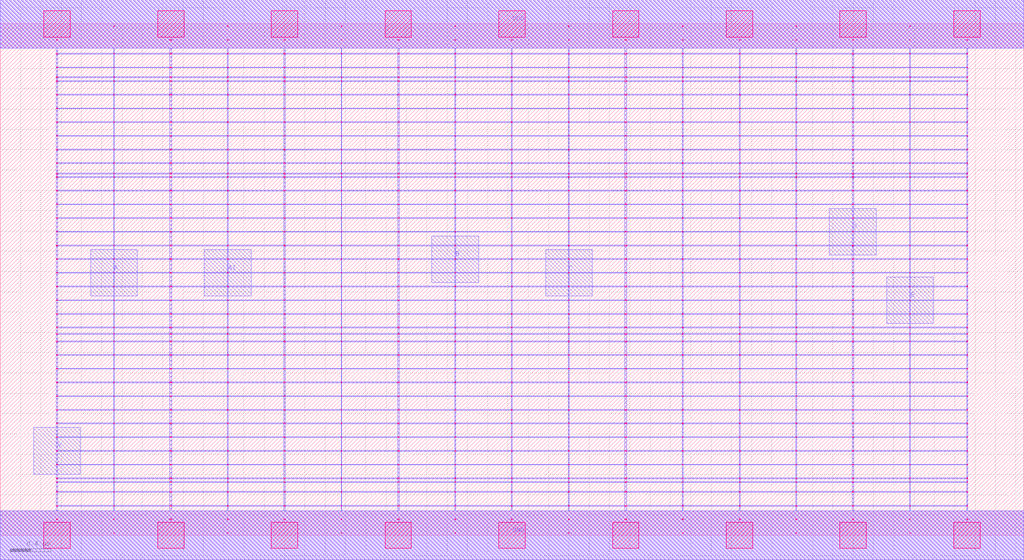
<source format=lef>
MACRO AOAOAI21111_DEBUG
 CLASS CORE ;
 FOREIGN AOAOAI21111_DEBUG 0 0 ;
 SIZE 10.08 BY 5.04 ;
 ORIGIN 0 0 ;
 SYMMETRY X Y R90 ;
 SITE unit ;
  PIN VDD
   DIRECTION INOUT ;
   USE SIGNAL ;
   SHAPE ABUTMENT ;
    PORT
     CLASS CORE ;
       LAYER met1 ;
        RECT 0.00000000 4.80000000 10.08000000 5.28000000 ;
       LAYER met2 ;
        RECT 0.00000000 4.80000000 10.08000000 5.28000000 ;
    END
  END VDD

  PIN GND
   DIRECTION INOUT ;
   USE SIGNAL ;
   SHAPE ABUTMENT ;
    PORT
     CLASS CORE ;
       LAYER met1 ;
        RECT 0.00000000 -0.24000000 10.08000000 0.24000000 ;
       LAYER met2 ;
        RECT 0.00000000 -0.24000000 10.08000000 0.24000000 ;
    END
  END GND

  PIN Y
   DIRECTION INOUT ;
   USE SIGNAL ;
   SHAPE ABUTMENT ;
    PORT
     CLASS CORE ;
       LAYER met2 ;
        RECT 0.33000000 0.60200000 0.79000000 1.06200000 ;
    END
  END Y

  PIN D
   DIRECTION INOUT ;
   USE SIGNAL ;
   SHAPE ABUTMENT ;
    PORT
     CLASS CORE ;
       LAYER met2 ;
        RECT 8.16500000 2.76200000 8.62500000 3.22200000 ;
    END
  END D

  PIN A
   DIRECTION INOUT ;
   USE SIGNAL ;
   SHAPE ABUTMENT ;
    PORT
     CLASS CORE ;
       LAYER met2 ;
        RECT 0.89000000 2.35700000 1.35000000 2.81700000 ;
    END
  END A

  PIN A1
   DIRECTION INOUT ;
   USE SIGNAL ;
   SHAPE ABUTMENT ;
    PORT
     CLASS CORE ;
       LAYER met2 ;
        RECT 2.01000000 2.35700000 2.47000000 2.81700000 ;
    END
  END A1

  PIN B
   DIRECTION INOUT ;
   USE SIGNAL ;
   SHAPE ABUTMENT ;
    PORT
     CLASS CORE ;
       LAYER met2 ;
        RECT 4.25000000 2.49200000 4.71000000 2.95200000 ;
    END
  END B

  PIN E
   DIRECTION INOUT ;
   USE SIGNAL ;
   SHAPE ABUTMENT ;
    PORT
     CLASS CORE ;
       LAYER met2 ;
        RECT 8.73000000 2.08700000 9.19000000 2.54700000 ;
    END
  END E

  PIN C
   DIRECTION INOUT ;
   USE SIGNAL ;
   SHAPE ABUTMENT ;
    PORT
     CLASS CORE ;
       LAYER met2 ;
        RECT 5.37000000 2.35700000 5.83000000 2.81700000 ;
    END
  END C

 OBS
    LAYER polycont ;
     RECT 5.03100000 2.58300000 5.04400000 2.59100000 ;
     RECT 5.03100000 2.71800000 5.04400000 2.72600000 ;
     RECT 5.03100000 2.85300000 5.04400000 2.86100000 ;
     RECT 5.03100000 2.98800000 5.04400000 2.99600000 ;
     RECT 7.27600000 2.58300000 7.28900000 2.59100000 ;
     RECT 7.83600000 2.58300000 7.84400000 2.59100000 ;
     RECT 8.39100000 2.58300000 8.40400000 2.59100000 ;
     RECT 8.95600000 2.58300000 8.96400000 2.59100000 ;
     RECT 9.51600000 2.58300000 9.52900000 2.59100000 ;
     RECT 5.59600000 2.58300000 5.60400000 2.59100000 ;
     RECT 5.59600000 2.71800000 5.60400000 2.72600000 ;
     RECT 6.15100000 2.71800000 6.16900000 2.72600000 ;
     RECT 6.71600000 2.71800000 6.72400000 2.72600000 ;
     RECT 7.27600000 2.71800000 7.28900000 2.72600000 ;
     RECT 7.83600000 2.71800000 7.84400000 2.72600000 ;
     RECT 8.39100000 2.71800000 8.40400000 2.72600000 ;
     RECT 8.95600000 2.71800000 8.96400000 2.72600000 ;
     RECT 9.51600000 2.71800000 9.52900000 2.72600000 ;
     RECT 6.15100000 2.58300000 6.16900000 2.59100000 ;
     RECT 5.59600000 2.85300000 5.60400000 2.86100000 ;
     RECT 6.15100000 2.85300000 6.16900000 2.86100000 ;
     RECT 6.71600000 2.85300000 6.72400000 2.86100000 ;
     RECT 7.27600000 2.85300000 7.28900000 2.86100000 ;
     RECT 7.83600000 2.85300000 7.84400000 2.86100000 ;
     RECT 8.39100000 2.85300000 8.40400000 2.86100000 ;
     RECT 8.95600000 2.85300000 8.96400000 2.86100000 ;
     RECT 9.51600000 2.85300000 9.52900000 2.86100000 ;
     RECT 6.71600000 2.58300000 6.72400000 2.59100000 ;
     RECT 5.59600000 2.98800000 5.60400000 2.99600000 ;
     RECT 6.15100000 2.98800000 6.16900000 2.99600000 ;
     RECT 6.71600000 2.98800000 6.72400000 2.99600000 ;
     RECT 7.27600000 2.98800000 7.28900000 2.99600000 ;
     RECT 7.83600000 2.98800000 7.84400000 2.99600000 ;
     RECT 8.39100000 2.98800000 8.40400000 2.99600000 ;
     RECT 8.95600000 2.98800000 8.96400000 2.99600000 ;
     RECT 9.51600000 2.98800000 9.52900000 2.99600000 ;
     RECT 7.83600000 3.12300000 7.84400000 3.13100000 ;
     RECT 7.83600000 3.25800000 7.84400000 3.26600000 ;
     RECT 7.83600000 3.39300000 7.84400000 3.40100000 ;
     RECT 7.83600000 3.52800000 7.84400000 3.53600000 ;
     RECT 7.83600000 3.56100000 7.84400000 3.56900000 ;
     RECT 7.83600000 3.66300000 7.84400000 3.67100000 ;
     RECT 7.83600000 3.79800000 7.84400000 3.80600000 ;
     RECT 7.83600000 3.93300000 7.84400000 3.94100000 ;
     RECT 7.83600000 4.06800000 7.84400000 4.07600000 ;
     RECT 7.83600000 4.20300000 7.84400000 4.21100000 ;
     RECT 7.83600000 4.33800000 7.84400000 4.34600000 ;
     RECT 7.83600000 4.47300000 7.84400000 4.48100000 ;
     RECT 7.83600000 4.51100000 7.84400000 4.51900000 ;
     RECT 7.83600000 4.60800000 7.84400000 4.61600000 ;
     RECT 7.83600000 4.74300000 7.84400000 4.75100000 ;
     RECT 7.83600000 4.87800000 7.84400000 4.88600000 ;
     RECT 1.11600000 2.98800000 1.12400000 2.99600000 ;
     RECT 1.67100000 2.98800000 1.68900000 2.99600000 ;
     RECT 2.23600000 2.98800000 2.24400000 2.99600000 ;
     RECT 2.79100000 2.98800000 2.80900000 2.99600000 ;
     RECT 3.35600000 2.98800000 3.36400000 2.99600000 ;
     RECT 3.91600000 2.98800000 3.92900000 2.99600000 ;
     RECT 4.47600000 2.98800000 4.48400000 2.99600000 ;
     RECT 2.23600000 2.58300000 2.24400000 2.59100000 ;
     RECT 2.79100000 2.58300000 2.80900000 2.59100000 ;
     RECT 3.35600000 2.58300000 3.36400000 2.59100000 ;
     RECT 3.91600000 2.58300000 3.92900000 2.59100000 ;
     RECT 4.47600000 2.58300000 4.48400000 2.59100000 ;
     RECT 0.55100000 2.58300000 0.56400000 2.59100000 ;
     RECT 0.55100000 2.71800000 0.56400000 2.72600000 ;
     RECT 0.55100000 2.85300000 0.56400000 2.86100000 ;
     RECT 1.11600000 2.85300000 1.12400000 2.86100000 ;
     RECT 4.47600000 3.12300000 4.48400000 3.13100000 ;
     RECT 1.67100000 2.85300000 1.68900000 2.86100000 ;
     RECT 4.47600000 3.25800000 4.48400000 3.26600000 ;
     RECT 2.23600000 2.85300000 2.24400000 2.86100000 ;
     RECT 4.47600000 3.39300000 4.48400000 3.40100000 ;
     RECT 2.79100000 2.85300000 2.80900000 2.86100000 ;
     RECT 4.47600000 3.52800000 4.48400000 3.53600000 ;
     RECT 3.35600000 2.85300000 3.36400000 2.86100000 ;
     RECT 4.47600000 3.56100000 4.48400000 3.56900000 ;
     RECT 3.91600000 2.85300000 3.92900000 2.86100000 ;
     RECT 4.47600000 3.66300000 4.48400000 3.67100000 ;
     RECT 4.47600000 2.85300000 4.48400000 2.86100000 ;
     RECT 4.47600000 3.79800000 4.48400000 3.80600000 ;
     RECT 1.11600000 2.71800000 1.12400000 2.72600000 ;
     RECT 4.47600000 3.93300000 4.48400000 3.94100000 ;
     RECT 1.67100000 2.71800000 1.68900000 2.72600000 ;
     RECT 4.47600000 4.06800000 4.48400000 4.07600000 ;
     RECT 2.23600000 2.71800000 2.24400000 2.72600000 ;
     RECT 4.47600000 4.20300000 4.48400000 4.21100000 ;
     RECT 2.79100000 2.71800000 2.80900000 2.72600000 ;
     RECT 4.47600000 4.33800000 4.48400000 4.34600000 ;
     RECT 3.35600000 2.71800000 3.36400000 2.72600000 ;
     RECT 4.47600000 4.47300000 4.48400000 4.48100000 ;
     RECT 3.91600000 2.71800000 3.92900000 2.72600000 ;
     RECT 4.47600000 4.51100000 4.48400000 4.51900000 ;
     RECT 4.47600000 2.71800000 4.48400000 2.72600000 ;
     RECT 4.47600000 4.60800000 4.48400000 4.61600000 ;
     RECT 1.11600000 2.58300000 1.12400000 2.59100000 ;
     RECT 4.47600000 4.74300000 4.48400000 4.75100000 ;
     RECT 1.67100000 2.58300000 1.68900000 2.59100000 ;
     RECT 4.47600000 4.87800000 4.48400000 4.88600000 ;
     RECT 0.55100000 2.98800000 0.56400000 2.99600000 ;
     RECT 3.35600000 0.15300000 3.36400000 0.16100000 ;
     RECT 3.35600000 0.28800000 3.36400000 0.29600000 ;
     RECT 3.35600000 0.42300000 3.36400000 0.43100000 ;
     RECT 3.35600000 0.52100000 3.36400000 0.52900000 ;
     RECT 3.35600000 0.55800000 3.36400000 0.56600000 ;
     RECT 3.35600000 0.69300000 3.36400000 0.70100000 ;
     RECT 3.35600000 0.82800000 3.36400000 0.83600000 ;
     RECT 3.35600000 0.96300000 3.36400000 0.97100000 ;
     RECT 3.35600000 1.09800000 3.36400000 1.10600000 ;
     RECT 3.35600000 1.23300000 3.36400000 1.24100000 ;
     RECT 3.35600000 1.36800000 3.36400000 1.37600000 ;
     RECT 3.35600000 1.50300000 3.36400000 1.51100000 ;
     RECT 3.35600000 1.63800000 3.36400000 1.64600000 ;
     RECT 3.35600000 1.77300000 3.36400000 1.78100000 ;
     RECT 3.35600000 1.90800000 3.36400000 1.91600000 ;
     RECT 3.35600000 1.98100000 3.36400000 1.98900000 ;
     RECT 3.35600000 2.04300000 3.36400000 2.05100000 ;
     RECT 3.35600000 2.17800000 3.36400000 2.18600000 ;
     RECT 3.35600000 2.31300000 3.36400000 2.32100000 ;
     RECT 3.35600000 2.44800000 3.36400000 2.45600000 ;
     RECT 6.71600000 0.42300000 6.72400000 0.43100000 ;
     RECT 6.71600000 1.36800000 6.72400000 1.37600000 ;
     RECT 6.71600000 0.69300000 6.72400000 0.70100000 ;
     RECT 6.71600000 1.50300000 6.72400000 1.51100000 ;
     RECT 6.71600000 0.28800000 6.72400000 0.29600000 ;
     RECT 6.71600000 1.63800000 6.72400000 1.64600000 ;
     RECT 6.71600000 0.82800000 6.72400000 0.83600000 ;
     RECT 6.71600000 1.77300000 6.72400000 1.78100000 ;
     RECT 6.71600000 0.52100000 6.72400000 0.52900000 ;
     RECT 6.71600000 1.90800000 6.72400000 1.91600000 ;
     RECT 6.71600000 0.96300000 6.72400000 0.97100000 ;
     RECT 6.71600000 1.98100000 6.72400000 1.98900000 ;
     RECT 6.71600000 0.15300000 6.72400000 0.16100000 ;
     RECT 6.71600000 2.04300000 6.72400000 2.05100000 ;
     RECT 6.71600000 1.09800000 6.72400000 1.10600000 ;
     RECT 6.71600000 2.17800000 6.72400000 2.18600000 ;
     RECT 6.71600000 0.55800000 6.72400000 0.56600000 ;
     RECT 6.71600000 2.31300000 6.72400000 2.32100000 ;
     RECT 6.71600000 1.23300000 6.72400000 1.24100000 ;
     RECT 6.71600000 2.44800000 6.72400000 2.45600000 ;

    LAYER pdiffc ;
     RECT 0.55100000 3.39300000 0.55900000 3.40100000 ;
     RECT 3.92100000 3.39300000 3.92900000 3.40100000 ;
     RECT 5.03100000 3.39300000 5.03900000 3.40100000 ;
     RECT 7.28100000 3.39300000 7.28900000 3.40100000 ;
     RECT 8.39100000 3.39300000 8.39900000 3.40100000 ;
     RECT 9.52100000 3.39300000 9.52900000 3.40100000 ;
     RECT 0.55100000 3.52800000 0.55900000 3.53600000 ;
     RECT 3.92100000 3.52800000 3.92900000 3.53600000 ;
     RECT 5.03100000 3.52800000 5.03900000 3.53600000 ;
     RECT 7.28100000 3.52800000 7.28900000 3.53600000 ;
     RECT 8.39100000 3.52800000 8.39900000 3.53600000 ;
     RECT 9.52100000 3.52800000 9.52900000 3.53600000 ;
     RECT 0.55100000 3.56100000 0.55900000 3.56900000 ;
     RECT 3.92100000 3.56100000 3.92900000 3.56900000 ;
     RECT 5.03100000 3.56100000 5.03900000 3.56900000 ;
     RECT 7.28100000 3.56100000 7.28900000 3.56900000 ;
     RECT 8.39100000 3.56100000 8.39900000 3.56900000 ;
     RECT 9.52100000 3.56100000 9.52900000 3.56900000 ;
     RECT 0.55100000 3.66300000 0.55900000 3.67100000 ;
     RECT 3.92100000 3.66300000 3.92900000 3.67100000 ;
     RECT 5.03100000 3.66300000 5.03900000 3.67100000 ;
     RECT 7.28100000 3.66300000 7.28900000 3.67100000 ;
     RECT 8.39100000 3.66300000 8.39900000 3.67100000 ;
     RECT 9.52100000 3.66300000 9.52900000 3.67100000 ;
     RECT 0.55100000 3.79800000 0.55900000 3.80600000 ;
     RECT 3.92100000 3.79800000 3.92900000 3.80600000 ;
     RECT 5.03100000 3.79800000 5.03900000 3.80600000 ;
     RECT 7.28100000 3.79800000 7.28900000 3.80600000 ;
     RECT 8.39100000 3.79800000 8.39900000 3.80600000 ;
     RECT 9.52100000 3.79800000 9.52900000 3.80600000 ;
     RECT 0.55100000 3.93300000 0.55900000 3.94100000 ;
     RECT 3.92100000 3.93300000 3.92900000 3.94100000 ;
     RECT 5.03100000 3.93300000 5.03900000 3.94100000 ;
     RECT 7.28100000 3.93300000 7.28900000 3.94100000 ;
     RECT 8.39100000 3.93300000 8.39900000 3.94100000 ;
     RECT 9.52100000 3.93300000 9.52900000 3.94100000 ;
     RECT 0.55100000 4.06800000 0.55900000 4.07600000 ;
     RECT 3.92100000 4.06800000 3.92900000 4.07600000 ;
     RECT 5.03100000 4.06800000 5.03900000 4.07600000 ;
     RECT 7.28100000 4.06800000 7.28900000 4.07600000 ;
     RECT 8.39100000 4.06800000 8.39900000 4.07600000 ;
     RECT 9.52100000 4.06800000 9.52900000 4.07600000 ;
     RECT 0.55100000 4.20300000 0.55900000 4.21100000 ;
     RECT 3.92100000 4.20300000 3.92900000 4.21100000 ;
     RECT 5.03100000 4.20300000 5.03900000 4.21100000 ;
     RECT 7.28100000 4.20300000 7.28900000 4.21100000 ;
     RECT 8.39100000 4.20300000 8.39900000 4.21100000 ;
     RECT 9.52100000 4.20300000 9.52900000 4.21100000 ;
     RECT 0.55100000 4.33800000 0.55900000 4.34600000 ;
     RECT 3.92100000 4.33800000 3.92900000 4.34600000 ;
     RECT 5.03100000 4.33800000 5.03900000 4.34600000 ;
     RECT 7.28100000 4.33800000 7.28900000 4.34600000 ;
     RECT 8.39100000 4.33800000 8.39900000 4.34600000 ;
     RECT 9.52100000 4.33800000 9.52900000 4.34600000 ;
     RECT 0.55100000 4.47300000 0.55900000 4.48100000 ;
     RECT 3.92100000 4.47300000 3.92900000 4.48100000 ;
     RECT 5.03100000 4.47300000 5.03900000 4.48100000 ;
     RECT 7.28100000 4.47300000 7.28900000 4.48100000 ;
     RECT 8.39100000 4.47300000 8.39900000 4.48100000 ;
     RECT 9.52100000 4.47300000 9.52900000 4.48100000 ;
     RECT 0.55100000 4.51100000 0.55900000 4.51900000 ;
     RECT 3.92100000 4.51100000 3.92900000 4.51900000 ;
     RECT 5.03100000 4.51100000 5.03900000 4.51900000 ;
     RECT 7.28100000 4.51100000 7.28900000 4.51900000 ;
     RECT 8.39100000 4.51100000 8.39900000 4.51900000 ;
     RECT 9.52100000 4.51100000 9.52900000 4.51900000 ;
     RECT 0.55100000 4.60800000 0.55900000 4.61600000 ;
     RECT 3.92100000 4.60800000 3.92900000 4.61600000 ;
     RECT 5.03100000 4.60800000 5.03900000 4.61600000 ;
     RECT 7.28100000 4.60800000 7.28900000 4.61600000 ;
     RECT 8.39100000 4.60800000 8.39900000 4.61600000 ;
     RECT 9.52100000 4.60800000 9.52900000 4.61600000 ;

    LAYER ndiffc ;
     RECT 5.03100000 0.42300000 5.04400000 0.43100000 ;
     RECT 5.03100000 0.52100000 5.04400000 0.52900000 ;
     RECT 5.03100000 0.55800000 5.04400000 0.56600000 ;
     RECT 5.03100000 0.69300000 5.04400000 0.70100000 ;
     RECT 5.03100000 0.82800000 5.04400000 0.83600000 ;
     RECT 5.03100000 0.96300000 5.04400000 0.97100000 ;
     RECT 5.03100000 1.09800000 5.04400000 1.10600000 ;
     RECT 5.03100000 1.23300000 5.04400000 1.24100000 ;
     RECT 5.03100000 1.36800000 5.04400000 1.37600000 ;
     RECT 5.03100000 1.50300000 5.04400000 1.51100000 ;
     RECT 5.03100000 1.63800000 5.04400000 1.64600000 ;
     RECT 5.03100000 1.77300000 5.04400000 1.78100000 ;
     RECT 5.03100000 1.90800000 5.04400000 1.91600000 ;
     RECT 5.03100000 1.98100000 5.04400000 1.98900000 ;
     RECT 5.03100000 2.04300000 5.04400000 2.05100000 ;
     RECT 8.39100000 0.42300000 8.40400000 0.43100000 ;
     RECT 6.15100000 0.69300000 6.16900000 0.70100000 ;
     RECT 7.27600000 0.69300000 7.28900000 0.70100000 ;
     RECT 8.39100000 0.69300000 8.40400000 0.70100000 ;
     RECT 9.51600000 0.69300000 9.52900000 0.70100000 ;
     RECT 9.51600000 0.42300000 9.52900000 0.43100000 ;
     RECT 6.15100000 0.82800000 6.16900000 0.83600000 ;
     RECT 7.27600000 0.82800000 7.28900000 0.83600000 ;
     RECT 8.39100000 0.82800000 8.40400000 0.83600000 ;
     RECT 9.51600000 0.82800000 9.52900000 0.83600000 ;
     RECT 6.15100000 0.42300000 6.16900000 0.43100000 ;
     RECT 6.15100000 0.96300000 6.16900000 0.97100000 ;
     RECT 7.27600000 0.96300000 7.28900000 0.97100000 ;
     RECT 8.39100000 0.96300000 8.40400000 0.97100000 ;
     RECT 9.51600000 0.96300000 9.52900000 0.97100000 ;
     RECT 6.15100000 0.52100000 6.16900000 0.52900000 ;
     RECT 6.15100000 1.09800000 6.16900000 1.10600000 ;
     RECT 7.27600000 1.09800000 7.28900000 1.10600000 ;
     RECT 8.39100000 1.09800000 8.40400000 1.10600000 ;
     RECT 9.51600000 1.09800000 9.52900000 1.10600000 ;
     RECT 7.27600000 0.52100000 7.28900000 0.52900000 ;
     RECT 6.15100000 1.23300000 6.16900000 1.24100000 ;
     RECT 7.27600000 1.23300000 7.28900000 1.24100000 ;
     RECT 8.39100000 1.23300000 8.40400000 1.24100000 ;
     RECT 9.51600000 1.23300000 9.52900000 1.24100000 ;
     RECT 8.39100000 0.52100000 8.40400000 0.52900000 ;
     RECT 6.15100000 1.36800000 6.16900000 1.37600000 ;
     RECT 7.27600000 1.36800000 7.28900000 1.37600000 ;
     RECT 8.39100000 1.36800000 8.40400000 1.37600000 ;
     RECT 9.51600000 1.36800000 9.52900000 1.37600000 ;
     RECT 9.51600000 0.52100000 9.52900000 0.52900000 ;
     RECT 6.15100000 1.50300000 6.16900000 1.51100000 ;
     RECT 7.27600000 1.50300000 7.28900000 1.51100000 ;
     RECT 8.39100000 1.50300000 8.40400000 1.51100000 ;
     RECT 9.51600000 1.50300000 9.52900000 1.51100000 ;
     RECT 7.27600000 0.42300000 7.28900000 0.43100000 ;
     RECT 6.15100000 1.63800000 6.16900000 1.64600000 ;
     RECT 7.27600000 1.63800000 7.28900000 1.64600000 ;
     RECT 8.39100000 1.63800000 8.40400000 1.64600000 ;
     RECT 9.51600000 1.63800000 9.52900000 1.64600000 ;
     RECT 6.15100000 0.55800000 6.16900000 0.56600000 ;
     RECT 6.15100000 1.77300000 6.16900000 1.78100000 ;
     RECT 7.27600000 1.77300000 7.28900000 1.78100000 ;
     RECT 8.39100000 1.77300000 8.40400000 1.78100000 ;
     RECT 9.51600000 1.77300000 9.52900000 1.78100000 ;
     RECT 7.27600000 0.55800000 7.28900000 0.56600000 ;
     RECT 6.15100000 1.90800000 6.16900000 1.91600000 ;
     RECT 7.27600000 1.90800000 7.28900000 1.91600000 ;
     RECT 8.39100000 1.90800000 8.40400000 1.91600000 ;
     RECT 9.51600000 1.90800000 9.52900000 1.91600000 ;
     RECT 8.39100000 0.55800000 8.40400000 0.56600000 ;
     RECT 6.15100000 1.98100000 6.16900000 1.98900000 ;
     RECT 7.27600000 1.98100000 7.28900000 1.98900000 ;
     RECT 8.39100000 1.98100000 8.40400000 1.98900000 ;
     RECT 9.51600000 1.98100000 9.52900000 1.98900000 ;
     RECT 9.51600000 0.55800000 9.52900000 0.56600000 ;
     RECT 6.15100000 2.04300000 6.16900000 2.05100000 ;
     RECT 7.27600000 2.04300000 7.28900000 2.05100000 ;
     RECT 8.39100000 2.04300000 8.40400000 2.05100000 ;
     RECT 9.51600000 2.04300000 9.52900000 2.05100000 ;
     RECT 3.91600000 1.36800000 3.92900000 1.37600000 ;
     RECT 2.79100000 0.55800000 2.80900000 0.56600000 ;
     RECT 3.91600000 0.55800000 3.92900000 0.56600000 ;
     RECT 1.67100000 0.52100000 1.68900000 0.52900000 ;
     RECT 2.79100000 0.52100000 2.80900000 0.52900000 ;
     RECT 3.91600000 0.52100000 3.92900000 0.52900000 ;
     RECT 0.55100000 1.50300000 0.56400000 1.51100000 ;
     RECT 1.67100000 1.50300000 1.68900000 1.51100000 ;
     RECT 2.79100000 1.50300000 2.80900000 1.51100000 ;
     RECT 3.91600000 1.50300000 3.92900000 1.51100000 ;
     RECT 0.55100000 0.96300000 0.56400000 0.97100000 ;
     RECT 1.67100000 0.96300000 1.68900000 0.97100000 ;
     RECT 2.79100000 0.96300000 2.80900000 0.97100000 ;
     RECT 3.91600000 0.96300000 3.92900000 0.97100000 ;
     RECT 1.67100000 0.42300000 1.68900000 0.43100000 ;
     RECT 0.55100000 1.63800000 0.56400000 1.64600000 ;
     RECT 1.67100000 1.63800000 1.68900000 1.64600000 ;
     RECT 2.79100000 1.63800000 2.80900000 1.64600000 ;
     RECT 3.91600000 1.63800000 3.92900000 1.64600000 ;
     RECT 2.79100000 0.42300000 2.80900000 0.43100000 ;
     RECT 0.55100000 0.69300000 0.56400000 0.70100000 ;
     RECT 1.67100000 0.69300000 1.68900000 0.70100000 ;
     RECT 2.79100000 0.69300000 2.80900000 0.70100000 ;
     RECT 0.55100000 1.09800000 0.56400000 1.10600000 ;
     RECT 0.55100000 1.77300000 0.56400000 1.78100000 ;
     RECT 1.67100000 1.77300000 1.68900000 1.78100000 ;
     RECT 2.79100000 1.77300000 2.80900000 1.78100000 ;
     RECT 3.91600000 1.77300000 3.92900000 1.78100000 ;
     RECT 1.67100000 1.09800000 1.68900000 1.10600000 ;
     RECT 2.79100000 1.09800000 2.80900000 1.10600000 ;
     RECT 3.91600000 1.09800000 3.92900000 1.10600000 ;
     RECT 3.91600000 0.69300000 3.92900000 0.70100000 ;
     RECT 3.91600000 0.42300000 3.92900000 0.43100000 ;
     RECT 0.55100000 1.90800000 0.56400000 1.91600000 ;
     RECT 1.67100000 1.90800000 1.68900000 1.91600000 ;
     RECT 2.79100000 1.90800000 2.80900000 1.91600000 ;
     RECT 3.91600000 1.90800000 3.92900000 1.91600000 ;
     RECT 0.55100000 0.42300000 0.56400000 0.43100000 ;
     RECT 0.55100000 0.52100000 0.56400000 0.52900000 ;
     RECT 0.55100000 0.55800000 0.56400000 0.56600000 ;
     RECT 0.55100000 1.23300000 0.56400000 1.24100000 ;
     RECT 1.67100000 1.23300000 1.68900000 1.24100000 ;
     RECT 0.55100000 1.98100000 0.56400000 1.98900000 ;
     RECT 1.67100000 1.98100000 1.68900000 1.98900000 ;
     RECT 2.79100000 1.98100000 2.80900000 1.98900000 ;
     RECT 3.91600000 1.98100000 3.92900000 1.98900000 ;
     RECT 2.79100000 1.23300000 2.80900000 1.24100000 ;
     RECT 3.91600000 1.23300000 3.92900000 1.24100000 ;
     RECT 1.67100000 0.55800000 1.68900000 0.56600000 ;
     RECT 0.55100000 0.82800000 0.56400000 0.83600000 ;
     RECT 1.67100000 0.82800000 1.68900000 0.83600000 ;
     RECT 0.55100000 2.04300000 0.56400000 2.05100000 ;
     RECT 1.67100000 2.04300000 1.68900000 2.05100000 ;
     RECT 2.79100000 2.04300000 2.80900000 2.05100000 ;
     RECT 3.91600000 2.04300000 3.92900000 2.05100000 ;
     RECT 2.79100000 0.82800000 2.80900000 0.83600000 ;
     RECT 3.91600000 0.82800000 3.92900000 0.83600000 ;
     RECT 0.55100000 1.36800000 0.56400000 1.37600000 ;
     RECT 1.67100000 1.36800000 1.68900000 1.37600000 ;
     RECT 2.79100000 1.36800000 2.80900000 1.37600000 ;

    LAYER met1 ;
     RECT 0.00000000 -0.24000000 10.08000000 0.24000000 ;
     RECT 5.03100000 0.24000000 5.04400000 0.28800000 ;
     RECT 0.55100000 0.28800000 9.52900000 0.29600000 ;
     RECT 5.03100000 0.29600000 5.04400000 0.42300000 ;
     RECT 0.55100000 0.42300000 9.52900000 0.43100000 ;
     RECT 5.03100000 0.43100000 5.04400000 0.52100000 ;
     RECT 0.55100000 0.52100000 9.52900000 0.52900000 ;
     RECT 5.03100000 0.52900000 5.04400000 0.55800000 ;
     RECT 0.55100000 0.55800000 9.52900000 0.56600000 ;
     RECT 5.03100000 0.56600000 5.04400000 0.69300000 ;
     RECT 0.55100000 0.69300000 9.52900000 0.70100000 ;
     RECT 5.03100000 0.70100000 5.04400000 0.82800000 ;
     RECT 0.55100000 0.82800000 9.52900000 0.83600000 ;
     RECT 5.03100000 0.83600000 5.04400000 0.96300000 ;
     RECT 0.55100000 0.96300000 9.52900000 0.97100000 ;
     RECT 5.03100000 0.97100000 5.04400000 1.09800000 ;
     RECT 0.55100000 1.09800000 9.52900000 1.10600000 ;
     RECT 5.03100000 1.10600000 5.04400000 1.23300000 ;
     RECT 0.55100000 1.23300000 9.52900000 1.24100000 ;
     RECT 5.03100000 1.24100000 5.04400000 1.36800000 ;
     RECT 0.55100000 1.36800000 9.52900000 1.37600000 ;
     RECT 5.03100000 1.37600000 5.04400000 1.50300000 ;
     RECT 0.55100000 1.50300000 9.52900000 1.51100000 ;
     RECT 5.03100000 1.51100000 5.04400000 1.63800000 ;
     RECT 0.55100000 1.63800000 9.52900000 1.64600000 ;
     RECT 5.03100000 1.64600000 5.04400000 1.77300000 ;
     RECT 0.55100000 1.77300000 9.52900000 1.78100000 ;
     RECT 5.03100000 1.78100000 5.04400000 1.90800000 ;
     RECT 0.55100000 1.90800000 9.52900000 1.91600000 ;
     RECT 5.03100000 1.91600000 5.04400000 1.98100000 ;
     RECT 0.55100000 1.98100000 9.52900000 1.98900000 ;
     RECT 5.03100000 1.98900000 5.04400000 2.04300000 ;
     RECT 0.55100000 2.04300000 9.52900000 2.05100000 ;
     RECT 5.03100000 2.05100000 5.04400000 2.17800000 ;
     RECT 0.55100000 2.17800000 9.52900000 2.18600000 ;
     RECT 5.03100000 2.18600000 5.04400000 2.31300000 ;
     RECT 0.55100000 2.31300000 9.52900000 2.32100000 ;
     RECT 5.03100000 2.32100000 5.04400000 2.44800000 ;
     RECT 0.55100000 2.44800000 9.52900000 2.45600000 ;
     RECT 0.55100000 2.45600000 0.56400000 2.58300000 ;
     RECT 1.11600000 2.45600000 1.12400000 2.58300000 ;
     RECT 1.67100000 2.45600000 1.68900000 2.58300000 ;
     RECT 2.23600000 2.45600000 2.24400000 2.58300000 ;
     RECT 2.79100000 2.45600000 2.80900000 2.58300000 ;
     RECT 3.35600000 2.45600000 3.36400000 2.58300000 ;
     RECT 3.91600000 2.45600000 3.92900000 2.58300000 ;
     RECT 4.47600000 2.45600000 4.48400000 2.58300000 ;
     RECT 5.03100000 2.45600000 5.04400000 2.58300000 ;
     RECT 5.59600000 2.45600000 5.60400000 2.58300000 ;
     RECT 6.15100000 2.45600000 6.16900000 2.58300000 ;
     RECT 6.71600000 2.45600000 6.72400000 2.58300000 ;
     RECT 7.27600000 2.45600000 7.28900000 2.58300000 ;
     RECT 7.83600000 2.45600000 7.84400000 2.58300000 ;
     RECT 8.39100000 2.45600000 8.40400000 2.58300000 ;
     RECT 8.95600000 2.45600000 8.96400000 2.58300000 ;
     RECT 9.51600000 2.45600000 9.52900000 2.58300000 ;
     RECT 0.55100000 2.58300000 9.52900000 2.59100000 ;
     RECT 5.03100000 2.59100000 5.04400000 2.71800000 ;
     RECT 0.55100000 2.71800000 9.52900000 2.72600000 ;
     RECT 5.03100000 2.72600000 5.04400000 2.85300000 ;
     RECT 0.55100000 2.85300000 9.52900000 2.86100000 ;
     RECT 5.03100000 2.86100000 5.04400000 2.98800000 ;
     RECT 0.55100000 2.98800000 9.52900000 2.99600000 ;
     RECT 5.03100000 2.99600000 5.04400000 3.12300000 ;
     RECT 0.55100000 3.12300000 9.52900000 3.13100000 ;
     RECT 5.03100000 3.13100000 5.04400000 3.25800000 ;
     RECT 0.55100000 3.25800000 9.52900000 3.26600000 ;
     RECT 5.03100000 3.26600000 5.04400000 3.39300000 ;
     RECT 0.55100000 3.39300000 9.52900000 3.40100000 ;
     RECT 5.03100000 3.40100000 5.04400000 3.52800000 ;
     RECT 0.55100000 3.52800000 9.52900000 3.53600000 ;
     RECT 5.03100000 3.53600000 5.04400000 3.56100000 ;
     RECT 0.55100000 3.56100000 9.52900000 3.56900000 ;
     RECT 5.03100000 3.56900000 5.04400000 3.66300000 ;
     RECT 0.55100000 3.66300000 9.52900000 3.67100000 ;
     RECT 5.03100000 3.67100000 5.04400000 3.79800000 ;
     RECT 0.55100000 3.79800000 9.52900000 3.80600000 ;
     RECT 5.03100000 3.80600000 5.04400000 3.93300000 ;
     RECT 0.55100000 3.93300000 9.52900000 3.94100000 ;
     RECT 5.03100000 3.94100000 5.04400000 4.06800000 ;
     RECT 0.55100000 4.06800000 9.52900000 4.07600000 ;
     RECT 5.03100000 4.07600000 5.04400000 4.20300000 ;
     RECT 0.55100000 4.20300000 9.52900000 4.21100000 ;
     RECT 5.03100000 4.21100000 5.04400000 4.33800000 ;
     RECT 0.55100000 4.33800000 9.52900000 4.34600000 ;
     RECT 5.03100000 4.34600000 5.04400000 4.47300000 ;
     RECT 0.55100000 4.47300000 9.52900000 4.48100000 ;
     RECT 5.03100000 4.48100000 5.04400000 4.51100000 ;
     RECT 0.55100000 4.51100000 9.52900000 4.51900000 ;
     RECT 5.03100000 4.51900000 5.04400000 4.60800000 ;
     RECT 0.55100000 4.60800000 9.52900000 4.61600000 ;
     RECT 5.03100000 4.61600000 5.04400000 4.74300000 ;
     RECT 0.55100000 4.74300000 9.52900000 4.75100000 ;
     RECT 5.03100000 4.75100000 5.04400000 4.80000000 ;
     RECT 0.00000000 4.80000000 10.08000000 5.28000000 ;
     RECT 5.59600000 3.80600000 5.60400000 3.93300000 ;
     RECT 6.15100000 3.80600000 6.16900000 3.93300000 ;
     RECT 6.71600000 3.80600000 6.72400000 3.93300000 ;
     RECT 7.27600000 3.80600000 7.28900000 3.93300000 ;
     RECT 7.83600000 3.80600000 7.84400000 3.93300000 ;
     RECT 8.39100000 3.80600000 8.40400000 3.93300000 ;
     RECT 8.95600000 3.80600000 8.96400000 3.93300000 ;
     RECT 9.51600000 3.80600000 9.52900000 3.93300000 ;
     RECT 7.83600000 3.94100000 7.84400000 4.06800000 ;
     RECT 8.39100000 3.94100000 8.40400000 4.06800000 ;
     RECT 8.95600000 3.94100000 8.96400000 4.06800000 ;
     RECT 9.51600000 3.94100000 9.52900000 4.06800000 ;
     RECT 7.83600000 4.07600000 7.84400000 4.20300000 ;
     RECT 8.39100000 4.07600000 8.40400000 4.20300000 ;
     RECT 8.95600000 4.07600000 8.96400000 4.20300000 ;
     RECT 9.51600000 4.07600000 9.52900000 4.20300000 ;
     RECT 7.83600000 4.21100000 7.84400000 4.33800000 ;
     RECT 8.39100000 4.21100000 8.40400000 4.33800000 ;
     RECT 8.95600000 4.21100000 8.96400000 4.33800000 ;
     RECT 9.51600000 4.21100000 9.52900000 4.33800000 ;
     RECT 7.83600000 4.34600000 7.84400000 4.47300000 ;
     RECT 8.39100000 4.34600000 8.40400000 4.47300000 ;
     RECT 8.95600000 4.34600000 8.96400000 4.47300000 ;
     RECT 9.51600000 4.34600000 9.52900000 4.47300000 ;
     RECT 7.83600000 4.48100000 7.84400000 4.51100000 ;
     RECT 8.39100000 4.48100000 8.40400000 4.51100000 ;
     RECT 8.95600000 4.48100000 8.96400000 4.51100000 ;
     RECT 9.51600000 4.48100000 9.52900000 4.51100000 ;
     RECT 7.83600000 4.51900000 7.84400000 4.60800000 ;
     RECT 8.39100000 4.51900000 8.40400000 4.60800000 ;
     RECT 8.95600000 4.51900000 8.96400000 4.60800000 ;
     RECT 9.51600000 4.51900000 9.52900000 4.60800000 ;
     RECT 7.83600000 4.61600000 7.84400000 4.74300000 ;
     RECT 8.39100000 4.61600000 8.40400000 4.74300000 ;
     RECT 8.95600000 4.61600000 8.96400000 4.74300000 ;
     RECT 9.51600000 4.61600000 9.52900000 4.74300000 ;
     RECT 7.83600000 4.75100000 7.84400000 4.80000000 ;
     RECT 8.39100000 4.75100000 8.40400000 4.80000000 ;
     RECT 8.95600000 4.75100000 8.96400000 4.80000000 ;
     RECT 9.51600000 4.75100000 9.52900000 4.80000000 ;
     RECT 5.59600000 4.48100000 5.60400000 4.51100000 ;
     RECT 6.15100000 4.48100000 6.16900000 4.51100000 ;
     RECT 6.71600000 4.48100000 6.72400000 4.51100000 ;
     RECT 7.27600000 4.48100000 7.28900000 4.51100000 ;
     RECT 5.59600000 4.21100000 5.60400000 4.33800000 ;
     RECT 6.15100000 4.21100000 6.16900000 4.33800000 ;
     RECT 6.71600000 4.21100000 6.72400000 4.33800000 ;
     RECT 7.27600000 4.21100000 7.28900000 4.33800000 ;
     RECT 5.59600000 4.51900000 5.60400000 4.60800000 ;
     RECT 6.15100000 4.51900000 6.16900000 4.60800000 ;
     RECT 6.71600000 4.51900000 6.72400000 4.60800000 ;
     RECT 7.27600000 4.51900000 7.28900000 4.60800000 ;
     RECT 5.59600000 4.07600000 5.60400000 4.20300000 ;
     RECT 6.15100000 4.07600000 6.16900000 4.20300000 ;
     RECT 6.71600000 4.07600000 6.72400000 4.20300000 ;
     RECT 7.27600000 4.07600000 7.28900000 4.20300000 ;
     RECT 5.59600000 4.61600000 5.60400000 4.74300000 ;
     RECT 6.15100000 4.61600000 6.16900000 4.74300000 ;
     RECT 6.71600000 4.61600000 6.72400000 4.74300000 ;
     RECT 7.27600000 4.61600000 7.28900000 4.74300000 ;
     RECT 5.59600000 4.34600000 5.60400000 4.47300000 ;
     RECT 6.15100000 4.34600000 6.16900000 4.47300000 ;
     RECT 6.71600000 4.34600000 6.72400000 4.47300000 ;
     RECT 7.27600000 4.34600000 7.28900000 4.47300000 ;
     RECT 5.59600000 4.75100000 5.60400000 4.80000000 ;
     RECT 6.15100000 4.75100000 6.16900000 4.80000000 ;
     RECT 6.71600000 4.75100000 6.72400000 4.80000000 ;
     RECT 7.27600000 4.75100000 7.28900000 4.80000000 ;
     RECT 5.59600000 3.94100000 5.60400000 4.06800000 ;
     RECT 6.15100000 3.94100000 6.16900000 4.06800000 ;
     RECT 6.71600000 3.94100000 6.72400000 4.06800000 ;
     RECT 7.27600000 3.94100000 7.28900000 4.06800000 ;
     RECT 5.59600000 2.59100000 5.60400000 2.71800000 ;
     RECT 6.15100000 2.59100000 6.16900000 2.71800000 ;
     RECT 5.59600000 3.26600000 5.60400000 3.39300000 ;
     RECT 6.15100000 3.26600000 6.16900000 3.39300000 ;
     RECT 5.59600000 2.86100000 5.60400000 2.98800000 ;
     RECT 6.15100000 2.86100000 6.16900000 2.98800000 ;
     RECT 6.71600000 3.26600000 6.72400000 3.39300000 ;
     RECT 7.27600000 3.26600000 7.28900000 3.39300000 ;
     RECT 5.59600000 2.72600000 5.60400000 2.85300000 ;
     RECT 6.15100000 2.72600000 6.16900000 2.85300000 ;
     RECT 5.59600000 3.40100000 5.60400000 3.52800000 ;
     RECT 6.15100000 3.40100000 6.16900000 3.52800000 ;
     RECT 5.59600000 2.99600000 5.60400000 3.12300000 ;
     RECT 6.15100000 2.99600000 6.16900000 3.12300000 ;
     RECT 6.71600000 3.40100000 6.72400000 3.52800000 ;
     RECT 7.27600000 3.40100000 7.28900000 3.52800000 ;
     RECT 6.71600000 2.86100000 6.72400000 2.98800000 ;
     RECT 7.27600000 2.86100000 7.28900000 2.98800000 ;
     RECT 6.71600000 2.72600000 6.72400000 2.85300000 ;
     RECT 7.27600000 2.72600000 7.28900000 2.85300000 ;
     RECT 5.59600000 3.53600000 5.60400000 3.56100000 ;
     RECT 6.15100000 3.53600000 6.16900000 3.56100000 ;
     RECT 6.71600000 2.99600000 6.72400000 3.12300000 ;
     RECT 7.27600000 2.99600000 7.28900000 3.12300000 ;
     RECT 6.71600000 3.53600000 6.72400000 3.56100000 ;
     RECT 7.27600000 3.53600000 7.28900000 3.56100000 ;
     RECT 5.59600000 3.56900000 5.60400000 3.66300000 ;
     RECT 6.15100000 3.56900000 6.16900000 3.66300000 ;
     RECT 6.71600000 3.56900000 6.72400000 3.66300000 ;
     RECT 7.27600000 3.56900000 7.28900000 3.66300000 ;
     RECT 5.59600000 3.67100000 5.60400000 3.79800000 ;
     RECT 6.15100000 3.67100000 6.16900000 3.79800000 ;
     RECT 6.71600000 3.67100000 6.72400000 3.79800000 ;
     RECT 7.27600000 3.67100000 7.28900000 3.79800000 ;
     RECT 6.71600000 2.59100000 6.72400000 2.71800000 ;
     RECT 7.27600000 2.59100000 7.28900000 2.71800000 ;
     RECT 5.59600000 3.13100000 5.60400000 3.25800000 ;
     RECT 6.15100000 3.13100000 6.16900000 3.25800000 ;
     RECT 6.71600000 3.13100000 6.72400000 3.25800000 ;
     RECT 7.27600000 3.13100000 7.28900000 3.25800000 ;
     RECT 8.39100000 2.59100000 8.40400000 2.71800000 ;
     RECT 9.51600000 2.99600000 9.52900000 3.12300000 ;
     RECT 7.83600000 3.13100000 7.84400000 3.25800000 ;
     RECT 7.83600000 3.56900000 7.84400000 3.66300000 ;
     RECT 8.39100000 3.56900000 8.40400000 3.66300000 ;
     RECT 8.95600000 3.56900000 8.96400000 3.66300000 ;
     RECT 9.51600000 3.56900000 9.52900000 3.66300000 ;
     RECT 8.95600000 2.72600000 8.96400000 2.85300000 ;
     RECT 9.51600000 2.72600000 9.52900000 2.85300000 ;
     RECT 8.39100000 3.13100000 8.40400000 3.25800000 ;
     RECT 7.83600000 3.40100000 7.84400000 3.52800000 ;
     RECT 8.39100000 3.40100000 8.40400000 3.52800000 ;
     RECT 8.95600000 3.40100000 8.96400000 3.52800000 ;
     RECT 7.83600000 3.67100000 7.84400000 3.79800000 ;
     RECT 8.39100000 3.67100000 8.40400000 3.79800000 ;
     RECT 8.95600000 3.67100000 8.96400000 3.79800000 ;
     RECT 7.83600000 2.86100000 7.84400000 2.98800000 ;
     RECT 8.39100000 2.86100000 8.40400000 2.98800000 ;
     RECT 9.51600000 3.67100000 9.52900000 3.79800000 ;
     RECT 9.51600000 3.40100000 9.52900000 3.52800000 ;
     RECT 8.95600000 3.13100000 8.96400000 3.25800000 ;
     RECT 7.83600000 3.26600000 7.84400000 3.39300000 ;
     RECT 8.39100000 3.26600000 8.40400000 3.39300000 ;
     RECT 8.95600000 3.26600000 8.96400000 3.39300000 ;
     RECT 9.51600000 3.26600000 9.52900000 3.39300000 ;
     RECT 9.51600000 3.13100000 9.52900000 3.25800000 ;
     RECT 8.95600000 2.86100000 8.96400000 2.98800000 ;
     RECT 9.51600000 2.86100000 9.52900000 2.98800000 ;
     RECT 7.83600000 3.53600000 7.84400000 3.56100000 ;
     RECT 7.83600000 2.99600000 7.84400000 3.12300000 ;
     RECT 8.39100000 2.99600000 8.40400000 3.12300000 ;
     RECT 8.39100000 3.53600000 8.40400000 3.56100000 ;
     RECT 8.95600000 3.53600000 8.96400000 3.56100000 ;
     RECT 9.51600000 3.53600000 9.52900000 3.56100000 ;
     RECT 7.83600000 2.72600000 7.84400000 2.85300000 ;
     RECT 8.39100000 2.72600000 8.40400000 2.85300000 ;
     RECT 8.95600000 2.59100000 8.96400000 2.71800000 ;
     RECT 9.51600000 2.59100000 9.52900000 2.71800000 ;
     RECT 7.83600000 2.59100000 7.84400000 2.71800000 ;
     RECT 8.95600000 2.99600000 8.96400000 3.12300000 ;
     RECT 0.55100000 3.80600000 0.56400000 3.93300000 ;
     RECT 1.11600000 3.80600000 1.12400000 3.93300000 ;
     RECT 1.67100000 3.80600000 1.68900000 3.93300000 ;
     RECT 2.23600000 3.80600000 2.24400000 3.93300000 ;
     RECT 2.79100000 3.80600000 2.80900000 3.93300000 ;
     RECT 3.35600000 3.80600000 3.36400000 3.93300000 ;
     RECT 3.91600000 3.80600000 3.92900000 3.93300000 ;
     RECT 4.47600000 3.80600000 4.48400000 3.93300000 ;
     RECT 2.79100000 4.21100000 2.80900000 4.33800000 ;
     RECT 3.35600000 4.21100000 3.36400000 4.33800000 ;
     RECT 3.91600000 4.21100000 3.92900000 4.33800000 ;
     RECT 4.47600000 4.21100000 4.48400000 4.33800000 ;
     RECT 2.79100000 4.34600000 2.80900000 4.47300000 ;
     RECT 3.35600000 4.34600000 3.36400000 4.47300000 ;
     RECT 3.91600000 4.34600000 3.92900000 4.47300000 ;
     RECT 4.47600000 4.34600000 4.48400000 4.47300000 ;
     RECT 2.79100000 4.48100000 2.80900000 4.51100000 ;
     RECT 3.35600000 4.48100000 3.36400000 4.51100000 ;
     RECT 3.91600000 4.48100000 3.92900000 4.51100000 ;
     RECT 4.47600000 4.48100000 4.48400000 4.51100000 ;
     RECT 2.79100000 4.51900000 2.80900000 4.60800000 ;
     RECT 3.35600000 4.51900000 3.36400000 4.60800000 ;
     RECT 3.91600000 4.51900000 3.92900000 4.60800000 ;
     RECT 4.47600000 4.51900000 4.48400000 4.60800000 ;
     RECT 2.79100000 4.61600000 2.80900000 4.74300000 ;
     RECT 3.35600000 4.61600000 3.36400000 4.74300000 ;
     RECT 3.91600000 4.61600000 3.92900000 4.74300000 ;
     RECT 4.47600000 4.61600000 4.48400000 4.74300000 ;
     RECT 2.79100000 4.75100000 2.80900000 4.80000000 ;
     RECT 3.35600000 4.75100000 3.36400000 4.80000000 ;
     RECT 3.91600000 4.75100000 3.92900000 4.80000000 ;
     RECT 4.47600000 4.75100000 4.48400000 4.80000000 ;
     RECT 2.79100000 3.94100000 2.80900000 4.06800000 ;
     RECT 3.35600000 3.94100000 3.36400000 4.06800000 ;
     RECT 3.91600000 3.94100000 3.92900000 4.06800000 ;
     RECT 4.47600000 3.94100000 4.48400000 4.06800000 ;
     RECT 2.79100000 4.07600000 2.80900000 4.20300000 ;
     RECT 3.35600000 4.07600000 3.36400000 4.20300000 ;
     RECT 3.91600000 4.07600000 3.92900000 4.20300000 ;
     RECT 4.47600000 4.07600000 4.48400000 4.20300000 ;
     RECT 0.55100000 4.51900000 0.56400000 4.60800000 ;
     RECT 1.11600000 4.51900000 1.12400000 4.60800000 ;
     RECT 1.67100000 4.51900000 1.68900000 4.60800000 ;
     RECT 2.23600000 4.51900000 2.24400000 4.60800000 ;
     RECT 0.55100000 4.07600000 0.56400000 4.20300000 ;
     RECT 1.11600000 4.07600000 1.12400000 4.20300000 ;
     RECT 1.67100000 4.07600000 1.68900000 4.20300000 ;
     RECT 2.23600000 4.07600000 2.24400000 4.20300000 ;
     RECT 0.55100000 4.61600000 0.56400000 4.74300000 ;
     RECT 1.11600000 4.61600000 1.12400000 4.74300000 ;
     RECT 1.67100000 4.61600000 1.68900000 4.74300000 ;
     RECT 2.23600000 4.61600000 2.24400000 4.74300000 ;
     RECT 0.55100000 4.34600000 0.56400000 4.47300000 ;
     RECT 1.11600000 4.34600000 1.12400000 4.47300000 ;
     RECT 1.67100000 4.34600000 1.68900000 4.47300000 ;
     RECT 2.23600000 4.34600000 2.24400000 4.47300000 ;
     RECT 0.55100000 4.75100000 0.56400000 4.80000000 ;
     RECT 1.11600000 4.75100000 1.12400000 4.80000000 ;
     RECT 1.67100000 4.75100000 1.68900000 4.80000000 ;
     RECT 2.23600000 4.75100000 2.24400000 4.80000000 ;
     RECT 0.55100000 3.94100000 0.56400000 4.06800000 ;
     RECT 1.11600000 3.94100000 1.12400000 4.06800000 ;
     RECT 1.67100000 3.94100000 1.68900000 4.06800000 ;
     RECT 2.23600000 3.94100000 2.24400000 4.06800000 ;
     RECT 0.55100000 4.48100000 0.56400000 4.51100000 ;
     RECT 1.11600000 4.48100000 1.12400000 4.51100000 ;
     RECT 1.67100000 4.48100000 1.68900000 4.51100000 ;
     RECT 2.23600000 4.48100000 2.24400000 4.51100000 ;
     RECT 0.55100000 4.21100000 0.56400000 4.33800000 ;
     RECT 1.11600000 4.21100000 1.12400000 4.33800000 ;
     RECT 1.67100000 4.21100000 1.68900000 4.33800000 ;
     RECT 2.23600000 4.21100000 2.24400000 4.33800000 ;
     RECT 1.67100000 2.86100000 1.68900000 2.98800000 ;
     RECT 2.23600000 2.86100000 2.24400000 2.98800000 ;
     RECT 0.55100000 3.13100000 0.56400000 3.25800000 ;
     RECT 1.11600000 3.13100000 1.12400000 3.25800000 ;
     RECT 1.67100000 3.13100000 1.68900000 3.25800000 ;
     RECT 2.23600000 3.13100000 2.24400000 3.25800000 ;
     RECT 0.55100000 3.67100000 0.56400000 3.79800000 ;
     RECT 1.11600000 3.67100000 1.12400000 3.79800000 ;
     RECT 1.67100000 3.67100000 1.68900000 3.79800000 ;
     RECT 2.23600000 3.67100000 2.24400000 3.79800000 ;
     RECT 0.55100000 2.59100000 0.56400000 2.71800000 ;
     RECT 1.11600000 2.59100000 1.12400000 2.71800000 ;
     RECT 0.55100000 2.72600000 0.56400000 2.85300000 ;
     RECT 1.11600000 2.72600000 1.12400000 2.85300000 ;
     RECT 0.55100000 2.86100000 0.56400000 2.98800000 ;
     RECT 1.11600000 2.86100000 1.12400000 2.98800000 ;
     RECT 0.55100000 3.53600000 0.56400000 3.56100000 ;
     RECT 1.11600000 3.53600000 1.12400000 3.56100000 ;
     RECT 0.55100000 3.26600000 0.56400000 3.39300000 ;
     RECT 1.11600000 3.26600000 1.12400000 3.39300000 ;
     RECT 1.67100000 3.26600000 1.68900000 3.39300000 ;
     RECT 2.23600000 3.26600000 2.24400000 3.39300000 ;
     RECT 1.67100000 2.59100000 1.68900000 2.71800000 ;
     RECT 2.23600000 2.59100000 2.24400000 2.71800000 ;
     RECT 0.55100000 3.56900000 0.56400000 3.66300000 ;
     RECT 1.11600000 3.56900000 1.12400000 3.66300000 ;
     RECT 1.67100000 3.56900000 1.68900000 3.66300000 ;
     RECT 2.23600000 3.56900000 2.24400000 3.66300000 ;
     RECT 1.67100000 3.53600000 1.68900000 3.56100000 ;
     RECT 2.23600000 3.53600000 2.24400000 3.56100000 ;
     RECT 1.67100000 2.99600000 1.68900000 3.12300000 ;
     RECT 2.23600000 2.99600000 2.24400000 3.12300000 ;
     RECT 0.55100000 3.40100000 0.56400000 3.52800000 ;
     RECT 1.11600000 3.40100000 1.12400000 3.52800000 ;
     RECT 0.55100000 2.99600000 0.56400000 3.12300000 ;
     RECT 1.11600000 2.99600000 1.12400000 3.12300000 ;
     RECT 1.67100000 2.72600000 1.68900000 2.85300000 ;
     RECT 2.23600000 2.72600000 2.24400000 2.85300000 ;
     RECT 1.67100000 3.40100000 1.68900000 3.52800000 ;
     RECT 2.23600000 3.40100000 2.24400000 3.52800000 ;
     RECT 2.79100000 3.67100000 2.80900000 3.79800000 ;
     RECT 3.35600000 3.67100000 3.36400000 3.79800000 ;
     RECT 3.91600000 3.67100000 3.92900000 3.79800000 ;
     RECT 4.47600000 3.67100000 4.48400000 3.79800000 ;
     RECT 2.79100000 3.40100000 2.80900000 3.52800000 ;
     RECT 3.35600000 3.40100000 3.36400000 3.52800000 ;
     RECT 3.91600000 3.40100000 3.92900000 3.52800000 ;
     RECT 4.47600000 3.40100000 4.48400000 3.52800000 ;
     RECT 2.79100000 3.53600000 2.80900000 3.56100000 ;
     RECT 3.35600000 3.53600000 3.36400000 3.56100000 ;
     RECT 3.91600000 3.56900000 3.92900000 3.66300000 ;
     RECT 4.47600000 3.56900000 4.48400000 3.66300000 ;
     RECT 2.79100000 2.86100000 2.80900000 2.98800000 ;
     RECT 3.35600000 2.86100000 3.36400000 2.98800000 ;
     RECT 3.91600000 2.86100000 3.92900000 2.98800000 ;
     RECT 4.47600000 2.86100000 4.48400000 2.98800000 ;
     RECT 2.79100000 3.26600000 2.80900000 3.39300000 ;
     RECT 3.35600000 3.26600000 3.36400000 3.39300000 ;
     RECT 3.91600000 3.26600000 3.92900000 3.39300000 ;
     RECT 4.47600000 3.26600000 4.48400000 3.39300000 ;
     RECT 3.91600000 3.53600000 3.92900000 3.56100000 ;
     RECT 4.47600000 3.53600000 4.48400000 3.56100000 ;
     RECT 2.79100000 2.72600000 2.80900000 2.85300000 ;
     RECT 3.35600000 2.72600000 3.36400000 2.85300000 ;
     RECT 2.79100000 3.13100000 2.80900000 3.25800000 ;
     RECT 3.35600000 3.13100000 3.36400000 3.25800000 ;
     RECT 3.91600000 3.13100000 3.92900000 3.25800000 ;
     RECT 4.47600000 3.13100000 4.48400000 3.25800000 ;
     RECT 3.91600000 2.99600000 3.92900000 3.12300000 ;
     RECT 4.47600000 2.99600000 4.48400000 3.12300000 ;
     RECT 3.91600000 2.59100000 3.92900000 2.71800000 ;
     RECT 4.47600000 2.59100000 4.48400000 2.71800000 ;
     RECT 3.91600000 2.72600000 3.92900000 2.85300000 ;
     RECT 4.47600000 2.72600000 4.48400000 2.85300000 ;
     RECT 2.79100000 3.56900000 2.80900000 3.66300000 ;
     RECT 3.35600000 3.56900000 3.36400000 3.66300000 ;
     RECT 2.79100000 2.99600000 2.80900000 3.12300000 ;
     RECT 3.35600000 2.99600000 3.36400000 3.12300000 ;
     RECT 2.79100000 2.59100000 2.80900000 2.71800000 ;
     RECT 3.35600000 2.59100000 3.36400000 2.71800000 ;
     RECT 0.55100000 1.10600000 0.56400000 1.23300000 ;
     RECT 1.11600000 1.10600000 1.12400000 1.23300000 ;
     RECT 1.67100000 1.10600000 1.68900000 1.23300000 ;
     RECT 2.23600000 1.10600000 2.24400000 1.23300000 ;
     RECT 2.79100000 1.10600000 2.80900000 1.23300000 ;
     RECT 3.35600000 1.10600000 3.36400000 1.23300000 ;
     RECT 3.91600000 1.10600000 3.92900000 1.23300000 ;
     RECT 4.47600000 1.10600000 4.48400000 1.23300000 ;
     RECT 2.79100000 1.51100000 2.80900000 1.63800000 ;
     RECT 3.35600000 1.51100000 3.36400000 1.63800000 ;
     RECT 3.91600000 1.51100000 3.92900000 1.63800000 ;
     RECT 4.47600000 1.51100000 4.48400000 1.63800000 ;
     RECT 2.79100000 1.64600000 2.80900000 1.77300000 ;
     RECT 3.35600000 1.64600000 3.36400000 1.77300000 ;
     RECT 3.91600000 1.64600000 3.92900000 1.77300000 ;
     RECT 4.47600000 1.64600000 4.48400000 1.77300000 ;
     RECT 2.79100000 1.78100000 2.80900000 1.90800000 ;
     RECT 3.35600000 1.78100000 3.36400000 1.90800000 ;
     RECT 3.91600000 1.78100000 3.92900000 1.90800000 ;
     RECT 4.47600000 1.78100000 4.48400000 1.90800000 ;
     RECT 2.79100000 1.91600000 2.80900000 1.98100000 ;
     RECT 3.35600000 1.91600000 3.36400000 1.98100000 ;
     RECT 3.91600000 1.91600000 3.92900000 1.98100000 ;
     RECT 4.47600000 1.91600000 4.48400000 1.98100000 ;
     RECT 2.79100000 1.98900000 2.80900000 2.04300000 ;
     RECT 3.35600000 1.98900000 3.36400000 2.04300000 ;
     RECT 3.91600000 1.98900000 3.92900000 2.04300000 ;
     RECT 4.47600000 1.98900000 4.48400000 2.04300000 ;
     RECT 2.79100000 2.05100000 2.80900000 2.17800000 ;
     RECT 3.35600000 2.05100000 3.36400000 2.17800000 ;
     RECT 3.91600000 2.05100000 3.92900000 2.17800000 ;
     RECT 4.47600000 2.05100000 4.48400000 2.17800000 ;
     RECT 2.79100000 2.18600000 2.80900000 2.31300000 ;
     RECT 3.35600000 2.18600000 3.36400000 2.31300000 ;
     RECT 3.91600000 2.18600000 3.92900000 2.31300000 ;
     RECT 4.47600000 2.18600000 4.48400000 2.31300000 ;
     RECT 2.79100000 2.32100000 2.80900000 2.44800000 ;
     RECT 3.35600000 2.32100000 3.36400000 2.44800000 ;
     RECT 3.91600000 2.32100000 3.92900000 2.44800000 ;
     RECT 4.47600000 2.32100000 4.48400000 2.44800000 ;
     RECT 2.79100000 1.24100000 2.80900000 1.36800000 ;
     RECT 3.35600000 1.24100000 3.36400000 1.36800000 ;
     RECT 3.91600000 1.24100000 3.92900000 1.36800000 ;
     RECT 4.47600000 1.24100000 4.48400000 1.36800000 ;
     RECT 2.79100000 1.37600000 2.80900000 1.50300000 ;
     RECT 3.35600000 1.37600000 3.36400000 1.50300000 ;
     RECT 3.91600000 1.37600000 3.92900000 1.50300000 ;
     RECT 4.47600000 1.37600000 4.48400000 1.50300000 ;
     RECT 0.55100000 1.51100000 0.56400000 1.63800000 ;
     RECT 1.11600000 1.51100000 1.12400000 1.63800000 ;
     RECT 1.67100000 1.51100000 1.68900000 1.63800000 ;
     RECT 2.23600000 1.51100000 2.24400000 1.63800000 ;
     RECT 0.55100000 2.05100000 0.56400000 2.17800000 ;
     RECT 1.11600000 2.05100000 1.12400000 2.17800000 ;
     RECT 1.67100000 2.05100000 1.68900000 2.17800000 ;
     RECT 2.23600000 2.05100000 2.24400000 2.17800000 ;
     RECT 0.55100000 1.78100000 0.56400000 1.90800000 ;
     RECT 1.11600000 1.78100000 1.12400000 1.90800000 ;
     RECT 1.67100000 1.78100000 1.68900000 1.90800000 ;
     RECT 2.23600000 1.78100000 2.24400000 1.90800000 ;
     RECT 0.55100000 2.18600000 0.56400000 2.31300000 ;
     RECT 1.11600000 2.18600000 1.12400000 2.31300000 ;
     RECT 1.67100000 2.18600000 1.68900000 2.31300000 ;
     RECT 2.23600000 2.18600000 2.24400000 2.31300000 ;
     RECT 0.55100000 1.37600000 0.56400000 1.50300000 ;
     RECT 1.11600000 1.37600000 1.12400000 1.50300000 ;
     RECT 1.67100000 1.37600000 1.68900000 1.50300000 ;
     RECT 2.23600000 1.37600000 2.24400000 1.50300000 ;
     RECT 0.55100000 2.32100000 0.56400000 2.44800000 ;
     RECT 1.11600000 2.32100000 1.12400000 2.44800000 ;
     RECT 1.67100000 2.32100000 1.68900000 2.44800000 ;
     RECT 2.23600000 2.32100000 2.24400000 2.44800000 ;
     RECT 0.55100000 1.91600000 0.56400000 1.98100000 ;
     RECT 1.11600000 1.91600000 1.12400000 1.98100000 ;
     RECT 1.67100000 1.91600000 1.68900000 1.98100000 ;
     RECT 2.23600000 1.91600000 2.24400000 1.98100000 ;
     RECT 0.55100000 1.64600000 0.56400000 1.77300000 ;
     RECT 1.11600000 1.64600000 1.12400000 1.77300000 ;
     RECT 1.67100000 1.64600000 1.68900000 1.77300000 ;
     RECT 2.23600000 1.64600000 2.24400000 1.77300000 ;
     RECT 0.55100000 1.98900000 0.56400000 2.04300000 ;
     RECT 1.11600000 1.98900000 1.12400000 2.04300000 ;
     RECT 1.67100000 1.98900000 1.68900000 2.04300000 ;
     RECT 2.23600000 1.98900000 2.24400000 2.04300000 ;
     RECT 0.55100000 1.24100000 0.56400000 1.36800000 ;
     RECT 1.11600000 1.24100000 1.12400000 1.36800000 ;
     RECT 1.67100000 1.24100000 1.68900000 1.36800000 ;
     RECT 2.23600000 1.24100000 2.24400000 1.36800000 ;
     RECT 1.67100000 0.56600000 1.68900000 0.69300000 ;
     RECT 2.23600000 0.56600000 2.24400000 0.69300000 ;
     RECT 0.55100000 0.24000000 0.56400000 0.28800000 ;
     RECT 1.11600000 0.24000000 1.12400000 0.28800000 ;
     RECT 0.55100000 0.70100000 0.56400000 0.82800000 ;
     RECT 1.11600000 0.70100000 1.12400000 0.82800000 ;
     RECT 1.67100000 0.70100000 1.68900000 0.82800000 ;
     RECT 2.23600000 0.70100000 2.24400000 0.82800000 ;
     RECT 0.55100000 0.29600000 0.56400000 0.42300000 ;
     RECT 1.11600000 0.29600000 1.12400000 0.42300000 ;
     RECT 0.55100000 0.83600000 0.56400000 0.96300000 ;
     RECT 1.11600000 0.83600000 1.12400000 0.96300000 ;
     RECT 1.67100000 0.83600000 1.68900000 0.96300000 ;
     RECT 2.23600000 0.83600000 2.24400000 0.96300000 ;
     RECT 1.67100000 0.29600000 1.68900000 0.42300000 ;
     RECT 2.23600000 0.29600000 2.24400000 0.42300000 ;
     RECT 0.55100000 0.97100000 0.56400000 1.09800000 ;
     RECT 1.11600000 0.97100000 1.12400000 1.09800000 ;
     RECT 1.67100000 0.97100000 1.68900000 1.09800000 ;
     RECT 2.23600000 0.97100000 2.24400000 1.09800000 ;
     RECT 0.55100000 0.52900000 0.56400000 0.55800000 ;
     RECT 1.11600000 0.52900000 1.12400000 0.55800000 ;
     RECT 1.67100000 0.52900000 1.68900000 0.55800000 ;
     RECT 2.23600000 0.52900000 2.24400000 0.55800000 ;
     RECT 0.55100000 0.43100000 0.56400000 0.52100000 ;
     RECT 1.11600000 0.43100000 1.12400000 0.52100000 ;
     RECT 1.67100000 0.43100000 1.68900000 0.52100000 ;
     RECT 2.23600000 0.43100000 2.24400000 0.52100000 ;
     RECT 1.67100000 0.24000000 1.68900000 0.28800000 ;
     RECT 2.23600000 0.24000000 2.24400000 0.28800000 ;
     RECT 0.55100000 0.56600000 0.56400000 0.69300000 ;
     RECT 1.11600000 0.56600000 1.12400000 0.69300000 ;
     RECT 2.79100000 0.43100000 2.80900000 0.52100000 ;
     RECT 3.35600000 0.43100000 3.36400000 0.52100000 ;
     RECT 2.79100000 0.83600000 2.80900000 0.96300000 ;
     RECT 3.35600000 0.83600000 3.36400000 0.96300000 ;
     RECT 3.91600000 0.83600000 3.92900000 0.96300000 ;
     RECT 4.47600000 0.83600000 4.48400000 0.96300000 ;
     RECT 2.79100000 0.56600000 2.80900000 0.69300000 ;
     RECT 3.35600000 0.56600000 3.36400000 0.69300000 ;
     RECT 3.91600000 0.56600000 3.92900000 0.69300000 ;
     RECT 4.47600000 0.56600000 4.48400000 0.69300000 ;
     RECT 3.91600000 0.43100000 3.92900000 0.52100000 ;
     RECT 4.47600000 0.43100000 4.48400000 0.52100000 ;
     RECT 2.79100000 0.97100000 2.80900000 1.09800000 ;
     RECT 3.35600000 0.97100000 3.36400000 1.09800000 ;
     RECT 3.91600000 0.97100000 3.92900000 1.09800000 ;
     RECT 4.47600000 0.97100000 4.48400000 1.09800000 ;
     RECT 2.79100000 0.29600000 2.80900000 0.42300000 ;
     RECT 3.35600000 0.29600000 3.36400000 0.42300000 ;
     RECT 2.79100000 0.52900000 2.80900000 0.55800000 ;
     RECT 3.35600000 0.52900000 3.36400000 0.55800000 ;
     RECT 3.91600000 0.52900000 3.92900000 0.55800000 ;
     RECT 4.47600000 0.52900000 4.48400000 0.55800000 ;
     RECT 2.79100000 0.70100000 2.80900000 0.82800000 ;
     RECT 3.35600000 0.70100000 3.36400000 0.82800000 ;
     RECT 3.91600000 0.70100000 3.92900000 0.82800000 ;
     RECT 4.47600000 0.70100000 4.48400000 0.82800000 ;
     RECT 3.91600000 0.29600000 3.92900000 0.42300000 ;
     RECT 4.47600000 0.29600000 4.48400000 0.42300000 ;
     RECT 3.91600000 0.24000000 3.92900000 0.28800000 ;
     RECT 4.47600000 0.24000000 4.48400000 0.28800000 ;
     RECT 2.79100000 0.24000000 2.80900000 0.28800000 ;
     RECT 3.35600000 0.24000000 3.36400000 0.28800000 ;
     RECT 5.59600000 1.10600000 5.60400000 1.23300000 ;
     RECT 6.15100000 1.10600000 6.16900000 1.23300000 ;
     RECT 6.71600000 1.10600000 6.72400000 1.23300000 ;
     RECT 7.27600000 1.10600000 7.28900000 1.23300000 ;
     RECT 7.83600000 1.10600000 7.84400000 1.23300000 ;
     RECT 8.39100000 1.10600000 8.40400000 1.23300000 ;
     RECT 8.95600000 1.10600000 8.96400000 1.23300000 ;
     RECT 9.51600000 1.10600000 9.52900000 1.23300000 ;
     RECT 7.83600000 1.78100000 7.84400000 1.90800000 ;
     RECT 8.39100000 1.78100000 8.40400000 1.90800000 ;
     RECT 8.95600000 1.78100000 8.96400000 1.90800000 ;
     RECT 9.51600000 1.78100000 9.52900000 1.90800000 ;
     RECT 7.83600000 1.91600000 7.84400000 1.98100000 ;
     RECT 8.39100000 1.91600000 8.40400000 1.98100000 ;
     RECT 7.83600000 1.98900000 7.84400000 2.04300000 ;
     RECT 8.39100000 1.98900000 8.40400000 2.04300000 ;
     RECT 8.95600000 1.98900000 8.96400000 2.04300000 ;
     RECT 9.51600000 1.98900000 9.52900000 2.04300000 ;
     RECT 8.95600000 1.91600000 8.96400000 1.98100000 ;
     RECT 9.51600000 1.91600000 9.52900000 1.98100000 ;
     RECT 7.83600000 2.05100000 7.84400000 2.17800000 ;
     RECT 8.39100000 2.05100000 8.40400000 2.17800000 ;
     RECT 8.95600000 2.05100000 8.96400000 2.17800000 ;
     RECT 9.51600000 2.05100000 9.52900000 2.17800000 ;
     RECT 7.83600000 1.24100000 7.84400000 1.36800000 ;
     RECT 8.39100000 1.24100000 8.40400000 1.36800000 ;
     RECT 8.95600000 1.24100000 8.96400000 1.36800000 ;
     RECT 9.51600000 1.24100000 9.52900000 1.36800000 ;
     RECT 7.83600000 2.18600000 7.84400000 2.31300000 ;
     RECT 8.39100000 2.18600000 8.40400000 2.31300000 ;
     RECT 8.95600000 2.18600000 8.96400000 2.31300000 ;
     RECT 9.51600000 2.18600000 9.52900000 2.31300000 ;
     RECT 7.83600000 2.32100000 7.84400000 2.44800000 ;
     RECT 8.39100000 2.32100000 8.40400000 2.44800000 ;
     RECT 8.95600000 2.32100000 8.96400000 2.44800000 ;
     RECT 9.51600000 2.32100000 9.52900000 2.44800000 ;
     RECT 7.83600000 1.37600000 7.84400000 1.50300000 ;
     RECT 8.39100000 1.37600000 8.40400000 1.50300000 ;
     RECT 8.95600000 1.37600000 8.96400000 1.50300000 ;
     RECT 9.51600000 1.37600000 9.52900000 1.50300000 ;
     RECT 7.83600000 1.51100000 7.84400000 1.63800000 ;
     RECT 8.39100000 1.51100000 8.40400000 1.63800000 ;
     RECT 8.95600000 1.51100000 8.96400000 1.63800000 ;
     RECT 9.51600000 1.51100000 9.52900000 1.63800000 ;
     RECT 7.83600000 1.64600000 7.84400000 1.77300000 ;
     RECT 8.39100000 1.64600000 8.40400000 1.77300000 ;
     RECT 8.95600000 1.64600000 8.96400000 1.77300000 ;
     RECT 9.51600000 1.64600000 9.52900000 1.77300000 ;
     RECT 7.27600000 2.18600000 7.28900000 2.31300000 ;
     RECT 5.59600000 1.98900000 5.60400000 2.04300000 ;
     RECT 5.59600000 2.05100000 5.60400000 2.17800000 ;
     RECT 6.15100000 2.05100000 6.16900000 2.17800000 ;
     RECT 6.71600000 2.05100000 6.72400000 2.17800000 ;
     RECT 5.59600000 2.32100000 5.60400000 2.44800000 ;
     RECT 6.15100000 2.32100000 6.16900000 2.44800000 ;
     RECT 6.71600000 2.32100000 6.72400000 2.44800000 ;
     RECT 7.27600000 2.32100000 7.28900000 2.44800000 ;
     RECT 7.27600000 2.05100000 7.28900000 2.17800000 ;
     RECT 6.15100000 1.98900000 6.16900000 2.04300000 ;
     RECT 6.71600000 1.98900000 6.72400000 2.04300000 ;
     RECT 7.27600000 1.98900000 7.28900000 2.04300000 ;
     RECT 5.59600000 1.37600000 5.60400000 1.50300000 ;
     RECT 6.15100000 1.37600000 6.16900000 1.50300000 ;
     RECT 6.71600000 1.37600000 6.72400000 1.50300000 ;
     RECT 7.27600000 1.37600000 7.28900000 1.50300000 ;
     RECT 7.27600000 1.78100000 7.28900000 1.90800000 ;
     RECT 5.59600000 1.24100000 5.60400000 1.36800000 ;
     RECT 6.15100000 1.24100000 6.16900000 1.36800000 ;
     RECT 6.71600000 1.24100000 6.72400000 1.36800000 ;
     RECT 5.59600000 1.51100000 5.60400000 1.63800000 ;
     RECT 6.15100000 1.51100000 6.16900000 1.63800000 ;
     RECT 6.71600000 1.51100000 6.72400000 1.63800000 ;
     RECT 7.27600000 1.51100000 7.28900000 1.63800000 ;
     RECT 7.27600000 1.24100000 7.28900000 1.36800000 ;
     RECT 5.59600000 1.91600000 5.60400000 1.98100000 ;
     RECT 6.15100000 1.91600000 6.16900000 1.98100000 ;
     RECT 6.71600000 1.91600000 6.72400000 1.98100000 ;
     RECT 5.59600000 1.64600000 5.60400000 1.77300000 ;
     RECT 6.15100000 1.64600000 6.16900000 1.77300000 ;
     RECT 6.71600000 1.64600000 6.72400000 1.77300000 ;
     RECT 7.27600000 1.64600000 7.28900000 1.77300000 ;
     RECT 7.27600000 1.91600000 7.28900000 1.98100000 ;
     RECT 5.59600000 2.18600000 5.60400000 2.31300000 ;
     RECT 6.15100000 2.18600000 6.16900000 2.31300000 ;
     RECT 6.71600000 2.18600000 6.72400000 2.31300000 ;
     RECT 5.59600000 1.78100000 5.60400000 1.90800000 ;
     RECT 6.15100000 1.78100000 6.16900000 1.90800000 ;
     RECT 6.71600000 1.78100000 6.72400000 1.90800000 ;
     RECT 6.15100000 0.83600000 6.16900000 0.96300000 ;
     RECT 5.59600000 0.56600000 5.60400000 0.69300000 ;
     RECT 6.15100000 0.56600000 6.16900000 0.69300000 ;
     RECT 6.71600000 0.56600000 6.72400000 0.69300000 ;
     RECT 7.27600000 0.56600000 7.28900000 0.69300000 ;
     RECT 6.71600000 0.29600000 6.72400000 0.42300000 ;
     RECT 7.27600000 0.29600000 7.28900000 0.42300000 ;
     RECT 5.59600000 0.70100000 5.60400000 0.82800000 ;
     RECT 6.15100000 0.70100000 6.16900000 0.82800000 ;
     RECT 6.71600000 0.83600000 6.72400000 0.96300000 ;
     RECT 7.27600000 0.83600000 7.28900000 0.96300000 ;
     RECT 6.71600000 0.70100000 6.72400000 0.82800000 ;
     RECT 7.27600000 0.70100000 7.28900000 0.82800000 ;
     RECT 6.71600000 0.24000000 6.72400000 0.28800000 ;
     RECT 7.27600000 0.24000000 7.28900000 0.28800000 ;
     RECT 6.71600000 0.43100000 6.72400000 0.52100000 ;
     RECT 7.27600000 0.43100000 7.28900000 0.52100000 ;
     RECT 5.59600000 0.52900000 5.60400000 0.55800000 ;
     RECT 6.15100000 0.52900000 6.16900000 0.55800000 ;
     RECT 5.59600000 0.24000000 5.60400000 0.28800000 ;
     RECT 6.15100000 0.24000000 6.16900000 0.28800000 ;
     RECT 5.59600000 0.29600000 5.60400000 0.42300000 ;
     RECT 6.15100000 0.29600000 6.16900000 0.42300000 ;
     RECT 5.59600000 0.43100000 5.60400000 0.52100000 ;
     RECT 6.15100000 0.43100000 6.16900000 0.52100000 ;
     RECT 5.59600000 0.97100000 5.60400000 1.09800000 ;
     RECT 6.15100000 0.97100000 6.16900000 1.09800000 ;
     RECT 6.71600000 0.97100000 6.72400000 1.09800000 ;
     RECT 7.27600000 0.97100000 7.28900000 1.09800000 ;
     RECT 6.71600000 0.52900000 6.72400000 0.55800000 ;
     RECT 7.27600000 0.52900000 7.28900000 0.55800000 ;
     RECT 5.59600000 0.83600000 5.60400000 0.96300000 ;
     RECT 9.51600000 0.29600000 9.52900000 0.42300000 ;
     RECT 8.95600000 0.43100000 8.96400000 0.52100000 ;
     RECT 9.51600000 0.43100000 9.52900000 0.52100000 ;
     RECT 7.83600000 0.83600000 7.84400000 0.96300000 ;
     RECT 8.39100000 0.83600000 8.40400000 0.96300000 ;
     RECT 8.95600000 0.83600000 8.96400000 0.96300000 ;
     RECT 9.51600000 0.83600000 9.52900000 0.96300000 ;
     RECT 8.95600000 0.52900000 8.96400000 0.55800000 ;
     RECT 9.51600000 0.52900000 9.52900000 0.55800000 ;
     RECT 8.95600000 0.24000000 8.96400000 0.28800000 ;
     RECT 9.51600000 0.24000000 9.52900000 0.28800000 ;
     RECT 8.95600000 0.97100000 8.96400000 1.09800000 ;
     RECT 9.51600000 0.97100000 9.52900000 1.09800000 ;
     RECT 7.83600000 0.70100000 7.84400000 0.82800000 ;
     RECT 8.39100000 0.70100000 8.40400000 0.82800000 ;
     RECT 7.83600000 0.24000000 7.84400000 0.28800000 ;
     RECT 8.39100000 0.24000000 8.40400000 0.28800000 ;
     RECT 8.95600000 0.70100000 8.96400000 0.82800000 ;
     RECT 9.51600000 0.70100000 9.52900000 0.82800000 ;
     RECT 7.83600000 0.29600000 7.84400000 0.42300000 ;
     RECT 8.39100000 0.29600000 8.40400000 0.42300000 ;
     RECT 7.83600000 0.52900000 7.84400000 0.55800000 ;
     RECT 8.39100000 0.52900000 8.40400000 0.55800000 ;
     RECT 7.83600000 0.97100000 7.84400000 1.09800000 ;
     RECT 8.39100000 0.97100000 8.40400000 1.09800000 ;
     RECT 7.83600000 0.56600000 7.84400000 0.69300000 ;
     RECT 8.39100000 0.56600000 8.40400000 0.69300000 ;
     RECT 8.95600000 0.56600000 8.96400000 0.69300000 ;
     RECT 9.51600000 0.56600000 9.52900000 0.69300000 ;
     RECT 7.83600000 0.43100000 7.84400000 0.52100000 ;
     RECT 8.39100000 0.43100000 8.40400000 0.52100000 ;
     RECT 8.95600000 0.29600000 8.96400000 0.42300000 ;

    LAYER via1 ;
     RECT 4.91000000 -0.13000000 5.17000000 0.13000000 ;
     RECT 5.03100000 0.15300000 5.04400000 0.16100000 ;
     RECT 5.03100000 0.28800000 5.04400000 0.29600000 ;
     RECT 5.03100000 0.42300000 5.04400000 0.43100000 ;
     RECT 5.03100000 0.52100000 5.04400000 0.52900000 ;
     RECT 5.03100000 0.55800000 5.04400000 0.56600000 ;
     RECT 5.03100000 0.69300000 5.04400000 0.70100000 ;
     RECT 5.03100000 0.82800000 5.04400000 0.83600000 ;
     RECT 5.03100000 0.96300000 5.04400000 0.97100000 ;
     RECT 5.03100000 1.09800000 5.04400000 1.10600000 ;
     RECT 5.03100000 1.23300000 5.04400000 1.24100000 ;
     RECT 5.03100000 1.36800000 5.04400000 1.37600000 ;
     RECT 5.03100000 1.50300000 5.04400000 1.51100000 ;
     RECT 5.03100000 1.63800000 5.04400000 1.64600000 ;
     RECT 5.03100000 1.77300000 5.04400000 1.78100000 ;
     RECT 5.03100000 1.90800000 5.04400000 1.91600000 ;
     RECT 5.03100000 1.98100000 5.04400000 1.98900000 ;
     RECT 5.03100000 2.04300000 5.04400000 2.05100000 ;
     RECT 5.03100000 2.17800000 5.04400000 2.18600000 ;
     RECT 5.03100000 2.31300000 5.04400000 2.32100000 ;
     RECT 5.03100000 2.44800000 5.04400000 2.45600000 ;
     RECT 5.03100000 2.58300000 5.04400000 2.59100000 ;
     RECT 5.03100000 2.71800000 5.04400000 2.72600000 ;
     RECT 5.03100000 2.85300000 5.04400000 2.86100000 ;
     RECT 5.03100000 2.98800000 5.04400000 2.99600000 ;
     RECT 5.03100000 3.12300000 5.04400000 3.13100000 ;
     RECT 5.03100000 3.25800000 5.04400000 3.26600000 ;
     RECT 5.03100000 3.39300000 5.04400000 3.40100000 ;
     RECT 5.03100000 3.52800000 5.04400000 3.53600000 ;
     RECT 5.03100000 3.56100000 5.04400000 3.56900000 ;
     RECT 5.03100000 3.66300000 5.04400000 3.67100000 ;
     RECT 5.03100000 3.79800000 5.04400000 3.80600000 ;
     RECT 5.03100000 3.93300000 5.04400000 3.94100000 ;
     RECT 5.03100000 4.06800000 5.04400000 4.07600000 ;
     RECT 5.03100000 4.20300000 5.04400000 4.21100000 ;
     RECT 5.03100000 4.33800000 5.04400000 4.34600000 ;
     RECT 5.03100000 4.47300000 5.04400000 4.48100000 ;
     RECT 5.03100000 4.51100000 5.04400000 4.51900000 ;
     RECT 5.03100000 4.60800000 5.04400000 4.61600000 ;
     RECT 5.03100000 4.74300000 5.04400000 4.75100000 ;
     RECT 5.03100000 4.87800000 5.04400000 4.88600000 ;
     RECT 4.91000000 4.91000000 5.17000000 5.17000000 ;
     RECT 7.15000000 4.91000000 7.41000000 5.17000000 ;
     RECT 8.39100000 3.93300000 8.40400000 3.94100000 ;
     RECT 8.95600000 3.93300000 8.96400000 3.94100000 ;
     RECT 9.51600000 3.93300000 9.52900000 3.94100000 ;
     RECT 7.83600000 4.06800000 7.84400000 4.07600000 ;
     RECT 8.39100000 4.06800000 8.40400000 4.07600000 ;
     RECT 8.95600000 4.06800000 8.96400000 4.07600000 ;
     RECT 9.51600000 4.06800000 9.52900000 4.07600000 ;
     RECT 7.83600000 4.20300000 7.84400000 4.21100000 ;
     RECT 8.39100000 4.20300000 8.40400000 4.21100000 ;
     RECT 8.95600000 4.20300000 8.96400000 4.21100000 ;
     RECT 9.51600000 4.20300000 9.52900000 4.21100000 ;
     RECT 7.83600000 4.33800000 7.84400000 4.34600000 ;
     RECT 8.39100000 4.33800000 8.40400000 4.34600000 ;
     RECT 8.95600000 4.33800000 8.96400000 4.34600000 ;
     RECT 9.51600000 4.33800000 9.52900000 4.34600000 ;
     RECT 7.83600000 4.47300000 7.84400000 4.48100000 ;
     RECT 8.39100000 4.47300000 8.40400000 4.48100000 ;
     RECT 8.95600000 4.47300000 8.96400000 4.48100000 ;
     RECT 9.51600000 4.47300000 9.52900000 4.48100000 ;
     RECT 7.83600000 4.51100000 7.84400000 4.51900000 ;
     RECT 8.39100000 4.51100000 8.40400000 4.51900000 ;
     RECT 8.95600000 4.51100000 8.96400000 4.51900000 ;
     RECT 9.51600000 4.51100000 9.52900000 4.51900000 ;
     RECT 7.83600000 4.60800000 7.84400000 4.61600000 ;
     RECT 8.39100000 4.60800000 8.40400000 4.61600000 ;
     RECT 8.95600000 4.60800000 8.96400000 4.61600000 ;
     RECT 9.51600000 4.60800000 9.52900000 4.61600000 ;
     RECT 7.83600000 4.74300000 7.84400000 4.75100000 ;
     RECT 8.39100000 4.74300000 8.40400000 4.75100000 ;
     RECT 8.95600000 4.74300000 8.96400000 4.75100000 ;
     RECT 9.51600000 4.74300000 9.52900000 4.75100000 ;
     RECT 7.83600000 4.87800000 7.84400000 4.88600000 ;
     RECT 8.39100000 4.87800000 8.40400000 4.88600000 ;
     RECT 8.95600000 4.87800000 8.96400000 4.88600000 ;
     RECT 9.51600000 4.87800000 9.52900000 4.88600000 ;
     RECT 7.83600000 5.01300000 7.84400000 5.02100000 ;
     RECT 8.95600000 5.01300000 8.96400000 5.02100000 ;
     RECT 7.83600000 3.93300000 7.84400000 3.94100000 ;
     RECT 8.27000000 4.91000000 8.53000000 5.17000000 ;
     RECT 9.39000000 4.91000000 9.65000000 5.17000000 ;
     RECT 6.15100000 4.51100000 6.16900000 4.51900000 ;
     RECT 6.71600000 4.51100000 6.72400000 4.51900000 ;
     RECT 7.27600000 4.51100000 7.28900000 4.51900000 ;
     RECT 5.59600000 4.06800000 5.60400000 4.07600000 ;
     RECT 6.15100000 4.06800000 6.16900000 4.07600000 ;
     RECT 6.71600000 4.06800000 6.72400000 4.07600000 ;
     RECT 7.27600000 4.06800000 7.28900000 4.07600000 ;
     RECT 5.59600000 4.60800000 5.60400000 4.61600000 ;
     RECT 6.15100000 4.60800000 6.16900000 4.61600000 ;
     RECT 6.71600000 4.60800000 6.72400000 4.61600000 ;
     RECT 7.27600000 4.60800000 7.28900000 4.61600000 ;
     RECT 5.59600000 4.33800000 5.60400000 4.34600000 ;
     RECT 6.15100000 4.33800000 6.16900000 4.34600000 ;
     RECT 6.71600000 4.33800000 6.72400000 4.34600000 ;
     RECT 7.27600000 4.33800000 7.28900000 4.34600000 ;
     RECT 5.59600000 4.74300000 5.60400000 4.75100000 ;
     RECT 6.15100000 4.74300000 6.16900000 4.75100000 ;
     RECT 6.71600000 4.74300000 6.72400000 4.75100000 ;
     RECT 7.27600000 4.74300000 7.28900000 4.75100000 ;
     RECT 5.59600000 3.93300000 5.60400000 3.94100000 ;
     RECT 6.15100000 3.93300000 6.16900000 3.94100000 ;
     RECT 6.71600000 3.93300000 6.72400000 3.94100000 ;
     RECT 7.27600000 3.93300000 7.28900000 3.94100000 ;
     RECT 5.59600000 4.87800000 5.60400000 4.88600000 ;
     RECT 6.15100000 4.87800000 6.16900000 4.88600000 ;
     RECT 6.71600000 4.87800000 6.72400000 4.88600000 ;
     RECT 7.27600000 4.87800000 7.28900000 4.88600000 ;
     RECT 5.59600000 4.47300000 5.60400000 4.48100000 ;
     RECT 6.15100000 4.47300000 6.16900000 4.48100000 ;
     RECT 6.71600000 4.47300000 6.72400000 4.48100000 ;
     RECT 7.27600000 4.47300000 7.28900000 4.48100000 ;
     RECT 5.59600000 5.01300000 5.60400000 5.02100000 ;
     RECT 6.71600000 5.01300000 6.72400000 5.02100000 ;
     RECT 5.59600000 4.20300000 5.60400000 4.21100000 ;
     RECT 6.15100000 4.20300000 6.16900000 4.21100000 ;
     RECT 6.03000000 4.91000000 6.29000000 5.17000000 ;
     RECT 6.71600000 4.20300000 6.72400000 4.21100000 ;
     RECT 7.27600000 4.20300000 7.28900000 4.21100000 ;
     RECT 5.59600000 4.51100000 5.60400000 4.51900000 ;
     RECT 6.71600000 2.85300000 6.72400000 2.86100000 ;
     RECT 7.27600000 2.85300000 7.28900000 2.86100000 ;
     RECT 6.71600000 2.58300000 6.72400000 2.59100000 ;
     RECT 5.59600000 2.98800000 5.60400000 2.99600000 ;
     RECT 6.15100000 2.98800000 6.16900000 2.99600000 ;
     RECT 6.71600000 2.98800000 6.72400000 2.99600000 ;
     RECT 7.27600000 2.98800000 7.28900000 2.99600000 ;
     RECT 7.27600000 2.58300000 7.28900000 2.59100000 ;
     RECT 6.71600000 2.71800000 6.72400000 2.72600000 ;
     RECT 5.59600000 3.12300000 5.60400000 3.13100000 ;
     RECT 6.15100000 3.12300000 6.16900000 3.13100000 ;
     RECT 6.71600000 3.12300000 6.72400000 3.13100000 ;
     RECT 7.27600000 3.12300000 7.28900000 3.13100000 ;
     RECT 5.59600000 3.25800000 5.60400000 3.26600000 ;
     RECT 6.15100000 3.25800000 6.16900000 3.26600000 ;
     RECT 6.71600000 3.25800000 6.72400000 3.26600000 ;
     RECT 7.27600000 3.25800000 7.28900000 3.26600000 ;
     RECT 6.15100000 2.58300000 6.16900000 2.59100000 ;
     RECT 7.27600000 2.71800000 7.28900000 2.72600000 ;
     RECT 5.59600000 3.39300000 5.60400000 3.40100000 ;
     RECT 6.15100000 3.39300000 6.16900000 3.40100000 ;
     RECT 6.71600000 3.39300000 6.72400000 3.40100000 ;
     RECT 7.27600000 3.39300000 7.28900000 3.40100000 ;
     RECT 5.59600000 3.52800000 5.60400000 3.53600000 ;
     RECT 6.15100000 3.52800000 6.16900000 3.53600000 ;
     RECT 6.71600000 3.52800000 6.72400000 3.53600000 ;
     RECT 5.59600000 2.85300000 5.60400000 2.86100000 ;
     RECT 7.27600000 3.52800000 7.28900000 3.53600000 ;
     RECT 5.59600000 3.56100000 5.60400000 3.56900000 ;
     RECT 6.15100000 3.56100000 6.16900000 3.56900000 ;
     RECT 6.71600000 3.56100000 6.72400000 3.56900000 ;
     RECT 7.27600000 3.56100000 7.28900000 3.56900000 ;
     RECT 5.59600000 2.58300000 5.60400000 2.59100000 ;
     RECT 5.59600000 3.66300000 5.60400000 3.67100000 ;
     RECT 6.15100000 3.66300000 6.16900000 3.67100000 ;
     RECT 6.71600000 3.66300000 6.72400000 3.67100000 ;
     RECT 7.27600000 3.66300000 7.28900000 3.67100000 ;
     RECT 5.59600000 2.71800000 5.60400000 2.72600000 ;
     RECT 5.59600000 3.79800000 5.60400000 3.80600000 ;
     RECT 6.15100000 2.85300000 6.16900000 2.86100000 ;
     RECT 6.15100000 3.79800000 6.16900000 3.80600000 ;
     RECT 6.71600000 3.79800000 6.72400000 3.80600000 ;
     RECT 7.27600000 3.79800000 7.28900000 3.80600000 ;
     RECT 6.15100000 2.71800000 6.16900000 2.72600000 ;
     RECT 9.51600000 3.39300000 9.52900000 3.40100000 ;
     RECT 8.95600000 2.58300000 8.96400000 2.59100000 ;
     RECT 7.83600000 3.12300000 7.84400000 3.13100000 ;
     RECT 8.39100000 3.12300000 8.40400000 3.13100000 ;
     RECT 8.95600000 3.12300000 8.96400000 3.13100000 ;
     RECT 9.51600000 3.12300000 9.52900000 3.13100000 ;
     RECT 7.83600000 3.52800000 7.84400000 3.53600000 ;
     RECT 8.39100000 3.52800000 8.40400000 3.53600000 ;
     RECT 9.51600000 2.71800000 9.52900000 2.72600000 ;
     RECT 8.95600000 3.52800000 8.96400000 3.53600000 ;
     RECT 9.51600000 3.52800000 9.52900000 3.53600000 ;
     RECT 9.51600000 2.58300000 9.52900000 2.59100000 ;
     RECT 7.83600000 2.58300000 7.84400000 2.59100000 ;
     RECT 8.39100000 2.98800000 8.40400000 2.99600000 ;
     RECT 8.95600000 2.98800000 8.96400000 2.99600000 ;
     RECT 9.51600000 2.98800000 9.52900000 2.99600000 ;
     RECT 7.83600000 3.56100000 7.84400000 3.56900000 ;
     RECT 8.39100000 3.56100000 8.40400000 3.56900000 ;
     RECT 8.95600000 3.56100000 8.96400000 3.56900000 ;
     RECT 9.51600000 3.56100000 9.52900000 3.56900000 ;
     RECT 8.39100000 2.85300000 8.40400000 2.86100000 ;
     RECT 7.83600000 3.25800000 7.84400000 3.26600000 ;
     RECT 8.39100000 3.25800000 8.40400000 3.26600000 ;
     RECT 8.95600000 3.25800000 8.96400000 3.26600000 ;
     RECT 9.51600000 3.25800000 9.52900000 3.26600000 ;
     RECT 7.83600000 2.71800000 7.84400000 2.72600000 ;
     RECT 7.83600000 3.66300000 7.84400000 3.67100000 ;
     RECT 8.39100000 3.66300000 8.40400000 3.67100000 ;
     RECT 8.95600000 3.66300000 8.96400000 3.67100000 ;
     RECT 9.51600000 3.66300000 9.52900000 3.67100000 ;
     RECT 8.39100000 2.58300000 8.40400000 2.59100000 ;
     RECT 8.95600000 2.85300000 8.96400000 2.86100000 ;
     RECT 9.51600000 2.85300000 9.52900000 2.86100000 ;
     RECT 7.83600000 2.85300000 7.84400000 2.86100000 ;
     RECT 8.39100000 2.71800000 8.40400000 2.72600000 ;
     RECT 7.83600000 2.98800000 7.84400000 2.99600000 ;
     RECT 7.83600000 3.79800000 7.84400000 3.80600000 ;
     RECT 8.39100000 3.79800000 8.40400000 3.80600000 ;
     RECT 8.95600000 3.79800000 8.96400000 3.80600000 ;
     RECT 9.51600000 3.79800000 9.52900000 3.80600000 ;
     RECT 7.83600000 3.39300000 7.84400000 3.40100000 ;
     RECT 8.39100000 3.39300000 8.40400000 3.40100000 ;
     RECT 8.95600000 3.39300000 8.96400000 3.40100000 ;
     RECT 8.95600000 2.71800000 8.96400000 2.72600000 ;
     RECT 2.67000000 4.91000000 2.93000000 5.17000000 ;
     RECT 3.35600000 3.93300000 3.36400000 3.94100000 ;
     RECT 3.91600000 3.93300000 3.92900000 3.94100000 ;
     RECT 4.47600000 3.93300000 4.48400000 3.94100000 ;
     RECT 2.79100000 4.06800000 2.80900000 4.07600000 ;
     RECT 3.35600000 4.06800000 3.36400000 4.07600000 ;
     RECT 3.91600000 4.06800000 3.92900000 4.07600000 ;
     RECT 4.47600000 4.06800000 4.48400000 4.07600000 ;
     RECT 2.79100000 4.20300000 2.80900000 4.21100000 ;
     RECT 3.35600000 4.20300000 3.36400000 4.21100000 ;
     RECT 3.91600000 4.20300000 3.92900000 4.21100000 ;
     RECT 4.47600000 4.20300000 4.48400000 4.21100000 ;
     RECT 2.79100000 4.33800000 2.80900000 4.34600000 ;
     RECT 3.35600000 4.33800000 3.36400000 4.34600000 ;
     RECT 3.91600000 4.33800000 3.92900000 4.34600000 ;
     RECT 4.47600000 4.33800000 4.48400000 4.34600000 ;
     RECT 2.79100000 4.47300000 2.80900000 4.48100000 ;
     RECT 3.35600000 4.47300000 3.36400000 4.48100000 ;
     RECT 3.91600000 4.47300000 3.92900000 4.48100000 ;
     RECT 4.47600000 4.47300000 4.48400000 4.48100000 ;
     RECT 2.79100000 4.51100000 2.80900000 4.51900000 ;
     RECT 3.35600000 4.51100000 3.36400000 4.51900000 ;
     RECT 3.91600000 4.51100000 3.92900000 4.51900000 ;
     RECT 4.47600000 4.51100000 4.48400000 4.51900000 ;
     RECT 2.79100000 4.60800000 2.80900000 4.61600000 ;
     RECT 3.35600000 4.60800000 3.36400000 4.61600000 ;
     RECT 3.91600000 4.60800000 3.92900000 4.61600000 ;
     RECT 4.47600000 4.60800000 4.48400000 4.61600000 ;
     RECT 2.79100000 4.74300000 2.80900000 4.75100000 ;
     RECT 3.35600000 4.74300000 3.36400000 4.75100000 ;
     RECT 3.91600000 4.74300000 3.92900000 4.75100000 ;
     RECT 4.47600000 4.74300000 4.48400000 4.75100000 ;
     RECT 2.79100000 4.87800000 2.80900000 4.88600000 ;
     RECT 3.35600000 4.87800000 3.36400000 4.88600000 ;
     RECT 3.91600000 4.87800000 3.92900000 4.88600000 ;
     RECT 4.47600000 4.87800000 4.48400000 4.88600000 ;
     RECT 3.35600000 5.01300000 3.36400000 5.02100000 ;
     RECT 4.47600000 5.01300000 4.48400000 5.02100000 ;
     RECT 2.79100000 3.93300000 2.80900000 3.94100000 ;
     RECT 3.79000000 4.91000000 4.05000000 5.17000000 ;
     RECT 1.67100000 4.51100000 1.68900000 4.51900000 ;
     RECT 2.23600000 4.51100000 2.24400000 4.51900000 ;
     RECT 1.67100000 3.93300000 1.68900000 3.94100000 ;
     RECT 2.23600000 3.93300000 2.24400000 3.94100000 ;
     RECT 0.55100000 4.33800000 0.56400000 4.34600000 ;
     RECT 1.11600000 4.33800000 1.12400000 4.34600000 ;
     RECT 0.55100000 4.60800000 0.56400000 4.61600000 ;
     RECT 1.11600000 4.60800000 1.12400000 4.61600000 ;
     RECT 1.67100000 4.60800000 1.68900000 4.61600000 ;
     RECT 2.23600000 4.60800000 2.24400000 4.61600000 ;
     RECT 1.67100000 4.33800000 1.68900000 4.34600000 ;
     RECT 2.23600000 4.33800000 2.24400000 4.34600000 ;
     RECT 0.55100000 4.06800000 0.56400000 4.07600000 ;
     RECT 1.11600000 4.06800000 1.12400000 4.07600000 ;
     RECT 0.55100000 4.74300000 0.56400000 4.75100000 ;
     RECT 1.11600000 4.74300000 1.12400000 4.75100000 ;
     RECT 1.67100000 4.74300000 1.68900000 4.75100000 ;
     RECT 2.23600000 4.74300000 2.24400000 4.75100000 ;
     RECT 0.55100000 4.20300000 0.56400000 4.21100000 ;
     RECT 1.11600000 4.20300000 1.12400000 4.21100000 ;
     RECT 0.55100000 4.47300000 0.56400000 4.48100000 ;
     RECT 1.11600000 4.47300000 1.12400000 4.48100000 ;
     RECT 0.55100000 4.87800000 0.56400000 4.88600000 ;
     RECT 1.11600000 4.87800000 1.12400000 4.88600000 ;
     RECT 1.67100000 4.87800000 1.68900000 4.88600000 ;
     RECT 2.23600000 4.87800000 2.24400000 4.88600000 ;
     RECT 1.67100000 4.47300000 1.68900000 4.48100000 ;
     RECT 2.23600000 4.47300000 2.24400000 4.48100000 ;
     RECT 1.67100000 4.20300000 1.68900000 4.21100000 ;
     RECT 2.23600000 4.20300000 2.24400000 4.21100000 ;
     RECT 1.11600000 5.01300000 1.12400000 5.02100000 ;
     RECT 2.23600000 5.01300000 2.24400000 5.02100000 ;
     RECT 1.67100000 4.06800000 1.68900000 4.07600000 ;
     RECT 2.23600000 4.06800000 2.24400000 4.07600000 ;
     RECT 0.43000000 4.91000000 0.69000000 5.17000000 ;
     RECT 1.55000000 4.91000000 1.81000000 5.17000000 ;
     RECT 0.55100000 4.51100000 0.56400000 4.51900000 ;
     RECT 1.11600000 4.51100000 1.12400000 4.51900000 ;
     RECT 0.55100000 3.93300000 0.56400000 3.94100000 ;
     RECT 1.11600000 3.93300000 1.12400000 3.94100000 ;
     RECT 1.67100000 3.52800000 1.68900000 3.53600000 ;
     RECT 0.55100000 3.66300000 0.56400000 3.67100000 ;
     RECT 1.11600000 3.66300000 1.12400000 3.67100000 ;
     RECT 1.67100000 3.66300000 1.68900000 3.67100000 ;
     RECT 2.23600000 3.66300000 2.24400000 3.67100000 ;
     RECT 2.23600000 3.52800000 2.24400000 3.53600000 ;
     RECT 2.23600000 2.58300000 2.24400000 2.59100000 ;
     RECT 1.11600000 2.98800000 1.12400000 2.99600000 ;
     RECT 1.67100000 2.98800000 1.68900000 2.99600000 ;
     RECT 2.23600000 3.12300000 2.24400000 3.13100000 ;
     RECT 0.55100000 3.56100000 0.56400000 3.56900000 ;
     RECT 1.11600000 3.56100000 1.12400000 3.56900000 ;
     RECT 1.67100000 3.56100000 1.68900000 3.56900000 ;
     RECT 1.11600000 2.71800000 1.12400000 2.72600000 ;
     RECT 1.67100000 2.71800000 1.68900000 2.72600000 ;
     RECT 2.23600000 2.71800000 2.24400000 2.72600000 ;
     RECT 0.55100000 3.25800000 0.56400000 3.26600000 ;
     RECT 1.11600000 3.25800000 1.12400000 3.26600000 ;
     RECT 1.67100000 3.25800000 1.68900000 3.26600000 ;
     RECT 2.23600000 3.25800000 2.24400000 3.26600000 ;
     RECT 0.55100000 3.79800000 0.56400000 3.80600000 ;
     RECT 2.23600000 3.56100000 2.24400000 3.56900000 ;
     RECT 0.55100000 3.39300000 0.56400000 3.40100000 ;
     RECT 1.11600000 3.39300000 1.12400000 3.40100000 ;
     RECT 1.67100000 3.39300000 1.68900000 3.40100000 ;
     RECT 2.23600000 3.39300000 2.24400000 3.40100000 ;
     RECT 0.55100000 2.98800000 0.56400000 2.99600000 ;
     RECT 0.55100000 2.58300000 0.56400000 2.59100000 ;
     RECT 0.55100000 2.71800000 0.56400000 2.72600000 ;
     RECT 1.11600000 3.79800000 1.12400000 3.80600000 ;
     RECT 1.67100000 3.79800000 1.68900000 3.80600000 ;
     RECT 2.23600000 3.79800000 2.24400000 3.80600000 ;
     RECT 0.55100000 2.85300000 0.56400000 2.86100000 ;
     RECT 1.67100000 2.85300000 1.68900000 2.86100000 ;
     RECT 2.23600000 2.85300000 2.24400000 2.86100000 ;
     RECT 1.11600000 2.85300000 1.12400000 2.86100000 ;
     RECT 0.55100000 3.12300000 0.56400000 3.13100000 ;
     RECT 1.11600000 3.12300000 1.12400000 3.13100000 ;
     RECT 1.67100000 3.12300000 1.68900000 3.13100000 ;
     RECT 2.23600000 2.98800000 2.24400000 2.99600000 ;
     RECT 1.11600000 2.58300000 1.12400000 2.59100000 ;
     RECT 1.67100000 2.58300000 1.68900000 2.59100000 ;
     RECT 0.55100000 3.52800000 0.56400000 3.53600000 ;
     RECT 1.11600000 3.52800000 1.12400000 3.53600000 ;
     RECT 3.35600000 3.12300000 3.36400000 3.13100000 ;
     RECT 3.91600000 3.12300000 3.92900000 3.13100000 ;
     RECT 4.47600000 3.12300000 4.48400000 3.13100000 ;
     RECT 3.91600000 2.58300000 3.92900000 2.59100000 ;
     RECT 2.79100000 2.58300000 2.80900000 2.59100000 ;
     RECT 2.79100000 2.85300000 2.80900000 2.86100000 ;
     RECT 3.35600000 2.85300000 3.36400000 2.86100000 ;
     RECT 3.91600000 2.85300000 3.92900000 2.86100000 ;
     RECT 2.79100000 3.25800000 2.80900000 3.26600000 ;
     RECT 4.47600000 3.52800000 4.48400000 3.53600000 ;
     RECT 4.47600000 2.58300000 4.48400000 2.59100000 ;
     RECT 3.91600000 3.39300000 3.92900000 3.40100000 ;
     RECT 4.47600000 3.39300000 4.48400000 3.40100000 ;
     RECT 2.79100000 3.39300000 2.80900000 3.40100000 ;
     RECT 2.79100000 3.52800000 2.80900000 3.53600000 ;
     RECT 2.79100000 3.56100000 2.80900000 3.56900000 ;
     RECT 3.35600000 3.56100000 3.36400000 3.56900000 ;
     RECT 3.91600000 3.56100000 3.92900000 3.56900000 ;
     RECT 4.47600000 3.56100000 4.48400000 3.56900000 ;
     RECT 3.35600000 3.52800000 3.36400000 3.53600000 ;
     RECT 3.91600000 3.52800000 3.92900000 3.53600000 ;
     RECT 2.79100000 3.79800000 2.80900000 3.80600000 ;
     RECT 3.35600000 3.79800000 3.36400000 3.80600000 ;
     RECT 3.91600000 3.79800000 3.92900000 3.80600000 ;
     RECT 4.47600000 3.79800000 4.48400000 3.80600000 ;
     RECT 3.35600000 3.25800000 3.36400000 3.26600000 ;
     RECT 3.91600000 3.25800000 3.92900000 3.26600000 ;
     RECT 2.79100000 3.66300000 2.80900000 3.67100000 ;
     RECT 3.35600000 3.66300000 3.36400000 3.67100000 ;
     RECT 3.91600000 3.66300000 3.92900000 3.67100000 ;
     RECT 4.47600000 3.66300000 4.48400000 3.67100000 ;
     RECT 4.47600000 3.25800000 4.48400000 3.26600000 ;
     RECT 2.79100000 2.71800000 2.80900000 2.72600000 ;
     RECT 3.35600000 2.71800000 3.36400000 2.72600000 ;
     RECT 3.91600000 2.71800000 3.92900000 2.72600000 ;
     RECT 4.47600000 2.85300000 4.48400000 2.86100000 ;
     RECT 2.79100000 2.98800000 2.80900000 2.99600000 ;
     RECT 3.35600000 2.98800000 3.36400000 2.99600000 ;
     RECT 3.91600000 2.98800000 3.92900000 2.99600000 ;
     RECT 4.47600000 2.71800000 4.48400000 2.72600000 ;
     RECT 4.47600000 2.98800000 4.48400000 2.99600000 ;
     RECT 3.35600000 3.39300000 3.36400000 3.40100000 ;
     RECT 3.35600000 2.58300000 3.36400000 2.59100000 ;
     RECT 2.79100000 3.12300000 2.80900000 3.13100000 ;
     RECT 2.67000000 -0.13000000 2.93000000 0.13000000 ;
     RECT 2.79100000 1.23300000 2.80900000 1.24100000 ;
     RECT 3.35600000 1.23300000 3.36400000 1.24100000 ;
     RECT 3.91600000 1.23300000 3.92900000 1.24100000 ;
     RECT 4.47600000 1.23300000 4.48400000 1.24100000 ;
     RECT 2.79100000 1.36800000 2.80900000 1.37600000 ;
     RECT 3.35600000 1.36800000 3.36400000 1.37600000 ;
     RECT 3.91600000 1.36800000 3.92900000 1.37600000 ;
     RECT 4.47600000 1.36800000 4.48400000 1.37600000 ;
     RECT 2.79100000 1.50300000 2.80900000 1.51100000 ;
     RECT 3.35600000 1.50300000 3.36400000 1.51100000 ;
     RECT 3.91600000 1.50300000 3.92900000 1.51100000 ;
     RECT 4.47600000 1.50300000 4.48400000 1.51100000 ;
     RECT 2.79100000 1.63800000 2.80900000 1.64600000 ;
     RECT 3.35600000 1.63800000 3.36400000 1.64600000 ;
     RECT 3.91600000 1.63800000 3.92900000 1.64600000 ;
     RECT 4.47600000 1.63800000 4.48400000 1.64600000 ;
     RECT 2.79100000 1.77300000 2.80900000 1.78100000 ;
     RECT 3.35600000 1.77300000 3.36400000 1.78100000 ;
     RECT 3.91600000 1.77300000 3.92900000 1.78100000 ;
     RECT 4.47600000 1.77300000 4.48400000 1.78100000 ;
     RECT 2.79100000 1.90800000 2.80900000 1.91600000 ;
     RECT 3.35600000 1.90800000 3.36400000 1.91600000 ;
     RECT 3.91600000 1.90800000 3.92900000 1.91600000 ;
     RECT 4.47600000 1.90800000 4.48400000 1.91600000 ;
     RECT 2.79100000 1.98100000 2.80900000 1.98900000 ;
     RECT 3.35600000 1.98100000 3.36400000 1.98900000 ;
     RECT 3.91600000 1.98100000 3.92900000 1.98900000 ;
     RECT 4.47600000 1.98100000 4.48400000 1.98900000 ;
     RECT 2.79100000 2.04300000 2.80900000 2.05100000 ;
     RECT 3.35600000 2.04300000 3.36400000 2.05100000 ;
     RECT 3.91600000 2.04300000 3.92900000 2.05100000 ;
     RECT 4.47600000 2.04300000 4.48400000 2.05100000 ;
     RECT 2.79100000 2.17800000 2.80900000 2.18600000 ;
     RECT 3.35600000 2.17800000 3.36400000 2.18600000 ;
     RECT 3.91600000 2.17800000 3.92900000 2.18600000 ;
     RECT 4.47600000 2.17800000 4.48400000 2.18600000 ;
     RECT 2.79100000 2.31300000 2.80900000 2.32100000 ;
     RECT 3.35600000 2.31300000 3.36400000 2.32100000 ;
     RECT 3.91600000 2.31300000 3.92900000 2.32100000 ;
     RECT 4.47600000 2.31300000 4.48400000 2.32100000 ;
     RECT 2.79100000 2.44800000 2.80900000 2.45600000 ;
     RECT 3.35600000 2.44800000 3.36400000 2.45600000 ;
     RECT 3.91600000 2.44800000 3.92900000 2.45600000 ;
     RECT 4.47600000 2.44800000 4.48400000 2.45600000 ;
     RECT 0.55100000 1.36800000 0.56400000 1.37600000 ;
     RECT 1.11600000 1.36800000 1.12400000 1.37600000 ;
     RECT 1.67100000 1.36800000 1.68900000 1.37600000 ;
     RECT 2.23600000 1.36800000 2.24400000 1.37600000 ;
     RECT 0.55100000 1.98100000 0.56400000 1.98900000 ;
     RECT 1.11600000 1.98100000 1.12400000 1.98900000 ;
     RECT 1.67100000 1.98100000 1.68900000 1.98900000 ;
     RECT 2.23600000 1.98100000 2.24400000 1.98900000 ;
     RECT 0.55100000 1.63800000 0.56400000 1.64600000 ;
     RECT 1.11600000 1.63800000 1.12400000 1.64600000 ;
     RECT 1.67100000 1.63800000 1.68900000 1.64600000 ;
     RECT 2.23600000 1.63800000 2.24400000 1.64600000 ;
     RECT 0.55100000 2.04300000 0.56400000 2.05100000 ;
     RECT 1.11600000 2.04300000 1.12400000 2.05100000 ;
     RECT 1.67100000 2.04300000 1.68900000 2.05100000 ;
     RECT 2.23600000 2.04300000 2.24400000 2.05100000 ;
     RECT 0.55100000 1.23300000 0.56400000 1.24100000 ;
     RECT 1.11600000 1.23300000 1.12400000 1.24100000 ;
     RECT 1.67100000 1.23300000 1.68900000 1.24100000 ;
     RECT 2.23600000 1.23300000 2.24400000 1.24100000 ;
     RECT 0.55100000 2.17800000 0.56400000 2.18600000 ;
     RECT 1.11600000 2.17800000 1.12400000 2.18600000 ;
     RECT 1.67100000 2.17800000 1.68900000 2.18600000 ;
     RECT 2.23600000 2.17800000 2.24400000 2.18600000 ;
     RECT 0.55100000 1.77300000 0.56400000 1.78100000 ;
     RECT 1.11600000 1.77300000 1.12400000 1.78100000 ;
     RECT 1.67100000 1.77300000 1.68900000 1.78100000 ;
     RECT 2.23600000 1.77300000 2.24400000 1.78100000 ;
     RECT 0.55100000 2.31300000 0.56400000 2.32100000 ;
     RECT 1.11600000 2.31300000 1.12400000 2.32100000 ;
     RECT 1.67100000 2.31300000 1.68900000 2.32100000 ;
     RECT 2.23600000 2.31300000 2.24400000 2.32100000 ;
     RECT 0.55100000 1.50300000 0.56400000 1.51100000 ;
     RECT 1.11600000 1.50300000 1.12400000 1.51100000 ;
     RECT 1.67100000 1.50300000 1.68900000 1.51100000 ;
     RECT 2.23600000 1.50300000 2.24400000 1.51100000 ;
     RECT 0.55100000 2.44800000 0.56400000 2.45600000 ;
     RECT 1.11600000 2.44800000 1.12400000 2.45600000 ;
     RECT 1.67100000 2.44800000 1.68900000 2.45600000 ;
     RECT 2.23600000 2.44800000 2.24400000 2.45600000 ;
     RECT 0.55100000 1.90800000 0.56400000 1.91600000 ;
     RECT 1.11600000 1.90800000 1.12400000 1.91600000 ;
     RECT 1.67100000 1.90800000 1.68900000 1.91600000 ;
     RECT 2.23600000 1.90800000 2.24400000 1.91600000 ;
     RECT 0.43000000 -0.13000000 0.69000000 0.13000000 ;
     RECT 0.55100000 0.82800000 0.56400000 0.83600000 ;
     RECT 1.11600000 0.82800000 1.12400000 0.83600000 ;
     RECT 2.23600000 0.01800000 2.24400000 0.02600000 ;
     RECT 1.67100000 0.82800000 1.68900000 0.83600000 ;
     RECT 2.23600000 0.82800000 2.24400000 0.83600000 ;
     RECT 0.55100000 0.96300000 0.56400000 0.97100000 ;
     RECT 1.11600000 0.96300000 1.12400000 0.97100000 ;
     RECT 1.67100000 0.15300000 1.68900000 0.16100000 ;
     RECT 1.67100000 0.96300000 1.68900000 0.97100000 ;
     RECT 2.23600000 0.96300000 2.24400000 0.97100000 ;
     RECT 1.11600000 0.01800000 1.12400000 0.02600000 ;
     RECT 0.55100000 0.28800000 0.56400000 0.29600000 ;
     RECT 0.55100000 1.09800000 0.56400000 1.10600000 ;
     RECT 1.11600000 1.09800000 1.12400000 1.10600000 ;
     RECT 1.67100000 1.09800000 1.68900000 1.10600000 ;
     RECT 2.23600000 1.09800000 2.24400000 1.10600000 ;
     RECT 0.55100000 0.15300000 0.56400000 0.16100000 ;
     RECT 2.23600000 0.15300000 2.24400000 0.16100000 ;
     RECT 0.55100000 0.55800000 0.56400000 0.56600000 ;
     RECT 1.11600000 0.55800000 1.12400000 0.56600000 ;
     RECT 1.11600000 0.28800000 1.12400000 0.29600000 ;
     RECT 1.67100000 0.55800000 1.68900000 0.56600000 ;
     RECT 2.23600000 0.55800000 2.24400000 0.56600000 ;
     RECT 1.55000000 -0.13000000 1.81000000 0.13000000 ;
     RECT 0.55100000 0.69300000 0.56400000 0.70100000 ;
     RECT 1.11600000 0.69300000 1.12400000 0.70100000 ;
     RECT 1.67100000 0.69300000 1.68900000 0.70100000 ;
     RECT 1.11600000 0.15300000 1.12400000 0.16100000 ;
     RECT 2.23600000 0.69300000 2.24400000 0.70100000 ;
     RECT 1.67100000 0.28800000 1.68900000 0.29600000 ;
     RECT 2.23600000 0.28800000 2.24400000 0.29600000 ;
     RECT 0.55100000 0.42300000 0.56400000 0.43100000 ;
     RECT 1.11600000 0.42300000 1.12400000 0.43100000 ;
     RECT 1.67100000 0.42300000 1.68900000 0.43100000 ;
     RECT 2.23600000 0.42300000 2.24400000 0.43100000 ;
     RECT 0.55100000 0.52100000 0.56400000 0.52900000 ;
     RECT 1.11600000 0.52100000 1.12400000 0.52900000 ;
     RECT 1.67100000 0.52100000 1.68900000 0.52900000 ;
     RECT 2.23600000 0.52100000 2.24400000 0.52900000 ;
     RECT 3.91600000 0.55800000 3.92900000 0.56600000 ;
     RECT 2.79100000 0.69300000 2.80900000 0.70100000 ;
     RECT 3.35600000 0.69300000 3.36400000 0.70100000 ;
     RECT 3.91600000 0.69300000 3.92900000 0.70100000 ;
     RECT 2.79100000 0.96300000 2.80900000 0.97100000 ;
     RECT 3.35600000 0.96300000 3.36400000 0.97100000 ;
     RECT 3.91600000 0.96300000 3.92900000 0.97100000 ;
     RECT 2.79100000 0.15300000 2.80900000 0.16100000 ;
     RECT 4.47600000 0.15300000 4.48400000 0.16100000 ;
     RECT 4.47600000 0.96300000 4.48400000 0.97100000 ;
     RECT 4.47600000 0.69300000 4.48400000 0.70100000 ;
     RECT 4.47600000 0.55800000 4.48400000 0.56600000 ;
     RECT 4.47600000 0.52100000 4.48400000 0.52900000 ;
     RECT 3.91600000 0.52100000 3.92900000 0.52900000 ;
     RECT 2.79100000 0.55800000 2.80900000 0.56600000 ;
     RECT 2.79100000 1.09800000 2.80900000 1.10600000 ;
     RECT 3.35600000 1.09800000 3.36400000 1.10600000 ;
     RECT 3.35600000 0.15300000 3.36400000 0.16100000 ;
     RECT 3.91600000 1.09800000 3.92900000 1.10600000 ;
     RECT 2.79100000 0.28800000 2.80900000 0.29600000 ;
     RECT 3.35600000 0.28800000 3.36400000 0.29600000 ;
     RECT 3.91600000 0.28800000 3.92900000 0.29600000 ;
     RECT 4.47600000 0.28800000 4.48400000 0.29600000 ;
     RECT 3.35600000 0.01800000 3.36400000 0.02600000 ;
     RECT 4.47600000 1.09800000 4.48400000 1.10600000 ;
     RECT 3.35600000 0.55800000 3.36400000 0.56600000 ;
     RECT 2.79100000 0.82800000 2.80900000 0.83600000 ;
     RECT 3.35600000 0.82800000 3.36400000 0.83600000 ;
     RECT 2.79100000 0.42300000 2.80900000 0.43100000 ;
     RECT 3.35600000 0.42300000 3.36400000 0.43100000 ;
     RECT 3.91600000 0.42300000 3.92900000 0.43100000 ;
     RECT 4.47600000 0.42300000 4.48400000 0.43100000 ;
     RECT 4.47600000 0.01800000 4.48400000 0.02600000 ;
     RECT 3.91600000 0.82800000 3.92900000 0.83600000 ;
     RECT 4.47600000 0.82800000 4.48400000 0.83600000 ;
     RECT 3.79000000 -0.13000000 4.05000000 0.13000000 ;
     RECT 3.91600000 0.15300000 3.92900000 0.16100000 ;
     RECT 2.79100000 0.52100000 2.80900000 0.52900000 ;
     RECT 3.35600000 0.52100000 3.36400000 0.52900000 ;
     RECT 7.15000000 -0.13000000 7.41000000 0.13000000 ;
     RECT 8.39100000 1.50300000 8.40400000 1.51100000 ;
     RECT 8.95600000 1.50300000 8.96400000 1.51100000 ;
     RECT 9.51600000 1.50300000 9.52900000 1.51100000 ;
     RECT 7.83600000 1.63800000 7.84400000 1.64600000 ;
     RECT 8.39100000 1.63800000 8.40400000 1.64600000 ;
     RECT 8.95600000 1.63800000 8.96400000 1.64600000 ;
     RECT 9.51600000 1.63800000 9.52900000 1.64600000 ;
     RECT 7.83600000 1.50300000 7.84400000 1.51100000 ;
     RECT 7.83600000 1.77300000 7.84400000 1.78100000 ;
     RECT 8.39100000 1.77300000 8.40400000 1.78100000 ;
     RECT 8.95600000 1.77300000 8.96400000 1.78100000 ;
     RECT 9.51600000 1.77300000 9.52900000 1.78100000 ;
     RECT 7.83600000 1.90800000 7.84400000 1.91600000 ;
     RECT 8.39100000 1.90800000 8.40400000 1.91600000 ;
     RECT 8.95600000 1.90800000 8.96400000 1.91600000 ;
     RECT 9.51600000 1.90800000 9.52900000 1.91600000 ;
     RECT 7.83600000 1.98100000 7.84400000 1.98900000 ;
     RECT 8.39100000 1.98100000 8.40400000 1.98900000 ;
     RECT 8.95600000 1.98100000 8.96400000 1.98900000 ;
     RECT 9.51600000 1.98100000 9.52900000 1.98900000 ;
     RECT 7.83600000 2.04300000 7.84400000 2.05100000 ;
     RECT 8.39100000 2.04300000 8.40400000 2.05100000 ;
     RECT 8.95600000 2.04300000 8.96400000 2.05100000 ;
     RECT 9.51600000 2.04300000 9.52900000 2.05100000 ;
     RECT 7.83600000 2.17800000 7.84400000 2.18600000 ;
     RECT 8.39100000 2.17800000 8.40400000 2.18600000 ;
     RECT 8.95600000 2.17800000 8.96400000 2.18600000 ;
     RECT 9.51600000 2.17800000 9.52900000 2.18600000 ;
     RECT 7.83600000 2.31300000 7.84400000 2.32100000 ;
     RECT 8.39100000 2.31300000 8.40400000 2.32100000 ;
     RECT 8.95600000 2.31300000 8.96400000 2.32100000 ;
     RECT 9.51600000 2.31300000 9.52900000 2.32100000 ;
     RECT 7.83600000 1.23300000 7.84400000 1.24100000 ;
     RECT 8.39100000 1.23300000 8.40400000 1.24100000 ;
     RECT 8.95600000 1.23300000 8.96400000 1.24100000 ;
     RECT 9.51600000 1.23300000 9.52900000 1.24100000 ;
     RECT 7.83600000 2.44800000 7.84400000 2.45600000 ;
     RECT 8.39100000 2.44800000 8.40400000 2.45600000 ;
     RECT 8.95600000 2.44800000 8.96400000 2.45600000 ;
     RECT 9.51600000 2.44800000 9.52900000 2.45600000 ;
     RECT 7.83600000 1.36800000 7.84400000 1.37600000 ;
     RECT 8.39100000 1.36800000 8.40400000 1.37600000 ;
     RECT 8.95600000 1.36800000 8.96400000 1.37600000 ;
     RECT 9.51600000 1.36800000 9.52900000 1.37600000 ;
     RECT 6.15100000 1.63800000 6.16900000 1.64600000 ;
     RECT 6.71600000 1.63800000 6.72400000 1.64600000 ;
     RECT 7.27600000 1.63800000 7.28900000 1.64600000 ;
     RECT 5.59600000 1.50300000 5.60400000 1.51100000 ;
     RECT 5.59600000 2.17800000 5.60400000 2.18600000 ;
     RECT 6.15100000 2.17800000 6.16900000 2.18600000 ;
     RECT 6.71600000 2.17800000 6.72400000 2.18600000 ;
     RECT 7.27600000 2.17800000 7.28900000 2.18600000 ;
     RECT 5.59600000 1.90800000 5.60400000 1.91600000 ;
     RECT 6.15100000 1.90800000 6.16900000 1.91600000 ;
     RECT 6.71600000 1.90800000 6.72400000 1.91600000 ;
     RECT 7.27600000 1.90800000 7.28900000 1.91600000 ;
     RECT 5.59600000 1.23300000 5.60400000 1.24100000 ;
     RECT 5.59600000 2.31300000 5.60400000 2.32100000 ;
     RECT 6.15100000 2.31300000 6.16900000 2.32100000 ;
     RECT 6.71600000 2.31300000 6.72400000 2.32100000 ;
     RECT 7.27600000 2.31300000 7.28900000 2.32100000 ;
     RECT 6.15100000 1.50300000 6.16900000 1.51100000 ;
     RECT 6.71600000 1.50300000 6.72400000 1.51100000 ;
     RECT 7.27600000 1.50300000 7.28900000 1.51100000 ;
     RECT 5.59600000 1.63800000 5.60400000 1.64600000 ;
     RECT 6.15100000 1.23300000 6.16900000 1.24100000 ;
     RECT 6.71600000 1.23300000 6.72400000 1.24100000 ;
     RECT 7.27600000 1.23300000 7.28900000 1.24100000 ;
     RECT 5.59600000 1.98100000 5.60400000 1.98900000 ;
     RECT 6.15100000 1.98100000 6.16900000 1.98900000 ;
     RECT 6.71600000 1.98100000 6.72400000 1.98900000 ;
     RECT 7.27600000 1.98100000 7.28900000 1.98900000 ;
     RECT 5.59600000 2.44800000 5.60400000 2.45600000 ;
     RECT 6.15100000 2.44800000 6.16900000 2.45600000 ;
     RECT 6.71600000 2.44800000 6.72400000 2.45600000 ;
     RECT 7.27600000 2.44800000 7.28900000 2.45600000 ;
     RECT 5.59600000 1.77300000 5.60400000 1.78100000 ;
     RECT 6.15100000 1.77300000 6.16900000 1.78100000 ;
     RECT 6.71600000 1.77300000 6.72400000 1.78100000 ;
     RECT 7.27600000 1.77300000 7.28900000 1.78100000 ;
     RECT 5.59600000 1.36800000 5.60400000 1.37600000 ;
     RECT 6.15100000 1.36800000 6.16900000 1.37600000 ;
     RECT 6.71600000 1.36800000 6.72400000 1.37600000 ;
     RECT 7.27600000 1.36800000 7.28900000 1.37600000 ;
     RECT 5.59600000 2.04300000 5.60400000 2.05100000 ;
     RECT 6.15100000 2.04300000 6.16900000 2.05100000 ;
     RECT 6.71600000 2.04300000 6.72400000 2.05100000 ;
     RECT 7.27600000 2.04300000 7.28900000 2.05100000 ;
     RECT 7.27600000 0.55800000 7.28900000 0.56600000 ;
     RECT 5.59600000 0.52100000 5.60400000 0.52900000 ;
     RECT 6.15100000 0.52100000 6.16900000 0.52900000 ;
     RECT 6.71600000 0.52100000 6.72400000 0.52900000 ;
     RECT 7.27600000 0.42300000 7.28900000 0.43100000 ;
     RECT 6.71600000 0.28800000 6.72400000 0.29600000 ;
     RECT 7.27600000 0.28800000 7.28900000 0.29600000 ;
     RECT 5.59600000 0.01800000 5.60400000 0.02600000 ;
     RECT 6.03000000 -0.13000000 6.29000000 0.13000000 ;
     RECT 7.27600000 0.69300000 7.28900000 0.70100000 ;
     RECT 5.59600000 0.82800000 5.60400000 0.83600000 ;
     RECT 6.15100000 0.82800000 6.16900000 0.83600000 ;
     RECT 6.71600000 0.82800000 6.72400000 0.83600000 ;
     RECT 7.27600000 0.82800000 7.28900000 0.83600000 ;
     RECT 7.27600000 0.52100000 7.28900000 0.52900000 ;
     RECT 5.59600000 1.09800000 5.60400000 1.10600000 ;
     RECT 6.15100000 1.09800000 6.16900000 1.10600000 ;
     RECT 6.71600000 1.09800000 6.72400000 1.10600000 ;
     RECT 7.27600000 1.09800000 7.28900000 1.10600000 ;
     RECT 5.59600000 0.96300000 5.60400000 0.97100000 ;
     RECT 6.15100000 0.96300000 6.16900000 0.97100000 ;
     RECT 6.71600000 0.96300000 6.72400000 0.97100000 ;
     RECT 7.27600000 0.96300000 7.28900000 0.97100000 ;
     RECT 6.71600000 0.01800000 6.72400000 0.02600000 ;
     RECT 5.59600000 0.15300000 5.60400000 0.16100000 ;
     RECT 5.59600000 0.28800000 5.60400000 0.29600000 ;
     RECT 6.15100000 0.28800000 6.16900000 0.29600000 ;
     RECT 6.15100000 0.15300000 6.16900000 0.16100000 ;
     RECT 6.71600000 0.15300000 6.72400000 0.16100000 ;
     RECT 7.27600000 0.15300000 7.28900000 0.16100000 ;
     RECT 5.59600000 0.55800000 5.60400000 0.56600000 ;
     RECT 6.15100000 0.55800000 6.16900000 0.56600000 ;
     RECT 6.71600000 0.55800000 6.72400000 0.56600000 ;
     RECT 5.59600000 0.42300000 5.60400000 0.43100000 ;
     RECT 6.15100000 0.42300000 6.16900000 0.43100000 ;
     RECT 6.71600000 0.42300000 6.72400000 0.43100000 ;
     RECT 5.59600000 0.69300000 5.60400000 0.70100000 ;
     RECT 6.15100000 0.69300000 6.16900000 0.70100000 ;
     RECT 6.71600000 0.69300000 6.72400000 0.70100000 ;
     RECT 9.51600000 0.69300000 9.52900000 0.70100000 ;
     RECT 8.27000000 -0.13000000 8.53000000 0.13000000 ;
     RECT 7.83600000 0.69300000 7.84400000 0.70100000 ;
     RECT 7.83600000 1.09800000 7.84400000 1.10600000 ;
     RECT 8.39100000 1.09800000 8.40400000 1.10600000 ;
     RECT 8.95600000 1.09800000 8.96400000 1.10600000 ;
     RECT 9.51600000 1.09800000 9.52900000 1.10600000 ;
     RECT 9.51600000 0.28800000 9.52900000 0.29600000 ;
     RECT 7.83600000 0.42300000 7.84400000 0.43100000 ;
     RECT 8.39100000 0.55800000 8.40400000 0.56600000 ;
     RECT 8.95600000 0.55800000 8.96400000 0.56600000 ;
     RECT 8.39100000 0.42300000 8.40400000 0.43100000 ;
     RECT 9.51600000 0.82800000 9.52900000 0.83600000 ;
     RECT 9.39000000 -0.13000000 9.65000000 0.13000000 ;
     RECT 7.83600000 0.52100000 7.84400000 0.52900000 ;
     RECT 8.39100000 0.52100000 8.40400000 0.52900000 ;
     RECT 8.95600000 0.52100000 8.96400000 0.52900000 ;
     RECT 9.51600000 0.52100000 9.52900000 0.52900000 ;
     RECT 8.95600000 0.42300000 8.96400000 0.43100000 ;
     RECT 9.51600000 0.55800000 9.52900000 0.56600000 ;
     RECT 7.83600000 0.15300000 7.84400000 0.16100000 ;
     RECT 8.39100000 0.15300000 8.40400000 0.16100000 ;
     RECT 8.95600000 0.15300000 8.96400000 0.16100000 ;
     RECT 9.51600000 0.15300000 9.52900000 0.16100000 ;
     RECT 7.83600000 0.01800000 7.84400000 0.02600000 ;
     RECT 8.95600000 0.01800000 8.96400000 0.02600000 ;
     RECT 7.83600000 0.82800000 7.84400000 0.83600000 ;
     RECT 7.83600000 0.28800000 7.84400000 0.29600000 ;
     RECT 8.39100000 0.28800000 8.40400000 0.29600000 ;
     RECT 8.95600000 0.28800000 8.96400000 0.29600000 ;
     RECT 8.39100000 0.82800000 8.40400000 0.83600000 ;
     RECT 8.95600000 0.82800000 8.96400000 0.83600000 ;
     RECT 7.83600000 0.55800000 7.84400000 0.56600000 ;
     RECT 9.51600000 0.42300000 9.52900000 0.43100000 ;
     RECT 8.39100000 0.69300000 8.40400000 0.70100000 ;
     RECT 7.83600000 0.96300000 7.84400000 0.97100000 ;
     RECT 8.39100000 0.96300000 8.40400000 0.97100000 ;
     RECT 8.95600000 0.96300000 8.96400000 0.97100000 ;
     RECT 9.51600000 0.96300000 9.52900000 0.97100000 ;
     RECT 8.95600000 0.69300000 8.96400000 0.70100000 ;

    LAYER met2 ;
     RECT 0.00000000 -0.24000000 10.08000000 0.24000000 ;
     RECT 5.03100000 0.24000000 5.04400000 0.28800000 ;
     RECT 0.55100000 0.28800000 9.52900000 0.29600000 ;
     RECT 5.03100000 0.29600000 5.04400000 0.42300000 ;
     RECT 0.55100000 0.42300000 9.52900000 0.43100000 ;
     RECT 5.03100000 0.43100000 5.04400000 0.52100000 ;
     RECT 0.55100000 0.52100000 9.52900000 0.52900000 ;
     RECT 5.03100000 0.52900000 5.04400000 0.55800000 ;
     RECT 0.55100000 0.55800000 9.52900000 0.56600000 ;
     RECT 5.03100000 0.56600000 5.04400000 0.69300000 ;
     RECT 0.55100000 0.69300000 9.52900000 0.70100000 ;
     RECT 5.03100000 0.70100000 5.04400000 0.82800000 ;
     RECT 0.55100000 0.82800000 9.52900000 0.83600000 ;
     RECT 5.03100000 0.83600000 5.04400000 0.96300000 ;
     RECT 0.55100000 0.96300000 9.52900000 0.97100000 ;
     RECT 5.03100000 0.97100000 5.04400000 1.09800000 ;
     RECT 0.55100000 1.09800000 9.52900000 1.10600000 ;
     RECT 5.03100000 1.10600000 5.04400000 1.23300000 ;
     RECT 0.55100000 1.23300000 9.52900000 1.24100000 ;
     RECT 5.03100000 1.24100000 5.04400000 1.36800000 ;
     RECT 0.55100000 1.36800000 9.52900000 1.37600000 ;
     RECT 5.03100000 1.37600000 5.04400000 1.50300000 ;
     RECT 0.55100000 1.50300000 9.52900000 1.51100000 ;
     RECT 5.03100000 1.51100000 5.04400000 1.63800000 ;
     RECT 0.55100000 1.63800000 9.52900000 1.64600000 ;
     RECT 5.03100000 1.64600000 5.04400000 1.77300000 ;
     RECT 0.55100000 1.77300000 9.52900000 1.78100000 ;
     RECT 5.03100000 1.78100000 5.04400000 1.90800000 ;
     RECT 0.55100000 1.90800000 9.52900000 1.91600000 ;
     RECT 5.03100000 1.91600000 5.04400000 1.98100000 ;
     RECT 0.55100000 1.98100000 9.52900000 1.98900000 ;
     RECT 5.03100000 1.98900000 5.04400000 2.04300000 ;
     RECT 0.55100000 2.04300000 9.52900000 2.05100000 ;
     RECT 5.03100000 2.05100000 5.04400000 2.17800000 ;
     RECT 0.55100000 2.17800000 9.52900000 2.18600000 ;
     RECT 5.03100000 2.18600000 5.04400000 2.31300000 ;
     RECT 0.55100000 2.31300000 9.52900000 2.32100000 ;
     RECT 5.03100000 2.32100000 5.04400000 2.44800000 ;
     RECT 0.55100000 2.44800000 9.52900000 2.45600000 ;
     RECT 0.55100000 2.45600000 0.56400000 2.58300000 ;
     RECT 1.11600000 2.45600000 1.12400000 2.58300000 ;
     RECT 1.67100000 2.45600000 1.68900000 2.58300000 ;
     RECT 2.23600000 2.45600000 2.24400000 2.58300000 ;
     RECT 2.79100000 2.45600000 2.80900000 2.58300000 ;
     RECT 3.35600000 2.45600000 3.36400000 2.58300000 ;
     RECT 3.91600000 2.45600000 3.92900000 2.58300000 ;
     RECT 4.47600000 2.45600000 4.48400000 2.58300000 ;
     RECT 5.03100000 2.45600000 5.04400000 2.58300000 ;
     RECT 5.59600000 2.45600000 5.60400000 2.58300000 ;
     RECT 6.15100000 2.45600000 6.16900000 2.58300000 ;
     RECT 6.71600000 2.45600000 6.72400000 2.58300000 ;
     RECT 7.27600000 2.45600000 7.28900000 2.58300000 ;
     RECT 7.83600000 2.45600000 7.84400000 2.58300000 ;
     RECT 8.39100000 2.45600000 8.40400000 2.58300000 ;
     RECT 8.95600000 2.45600000 8.96400000 2.58300000 ;
     RECT 9.51600000 2.45600000 9.52900000 2.58300000 ;
     RECT 0.55100000 2.58300000 9.52900000 2.59100000 ;
     RECT 5.03100000 2.59100000 5.04400000 2.71800000 ;
     RECT 0.55100000 2.71800000 9.52900000 2.72600000 ;
     RECT 5.03100000 2.72600000 5.04400000 2.85300000 ;
     RECT 0.55100000 2.85300000 9.52900000 2.86100000 ;
     RECT 5.03100000 2.86100000 5.04400000 2.98800000 ;
     RECT 0.55100000 2.98800000 9.52900000 2.99600000 ;
     RECT 5.03100000 2.99600000 5.04400000 3.12300000 ;
     RECT 0.55100000 3.12300000 9.52900000 3.13100000 ;
     RECT 5.03100000 3.13100000 5.04400000 3.25800000 ;
     RECT 0.55100000 3.25800000 9.52900000 3.26600000 ;
     RECT 5.03100000 3.26600000 5.04400000 3.39300000 ;
     RECT 0.55100000 3.39300000 9.52900000 3.40100000 ;
     RECT 5.03100000 3.40100000 5.04400000 3.52800000 ;
     RECT 0.55100000 3.52800000 9.52900000 3.53600000 ;
     RECT 5.03100000 3.53600000 5.04400000 3.56100000 ;
     RECT 0.55100000 3.56100000 9.52900000 3.56900000 ;
     RECT 5.03100000 3.56900000 5.04400000 3.66300000 ;
     RECT 0.55100000 3.66300000 9.52900000 3.67100000 ;
     RECT 5.03100000 3.67100000 5.04400000 3.79800000 ;
     RECT 0.55100000 3.79800000 9.52900000 3.80600000 ;
     RECT 5.03100000 3.80600000 5.04400000 3.93300000 ;
     RECT 0.55100000 3.93300000 9.52900000 3.94100000 ;
     RECT 5.03100000 3.94100000 5.04400000 4.06800000 ;
     RECT 0.55100000 4.06800000 9.52900000 4.07600000 ;
     RECT 5.03100000 4.07600000 5.04400000 4.20300000 ;
     RECT 0.55100000 4.20300000 9.52900000 4.21100000 ;
     RECT 5.03100000 4.21100000 5.04400000 4.33800000 ;
     RECT 0.55100000 4.33800000 9.52900000 4.34600000 ;
     RECT 5.03100000 4.34600000 5.04400000 4.47300000 ;
     RECT 0.55100000 4.47300000 9.52900000 4.48100000 ;
     RECT 5.03100000 4.48100000 5.04400000 4.51100000 ;
     RECT 0.55100000 4.51100000 9.52900000 4.51900000 ;
     RECT 5.03100000 4.51900000 5.04400000 4.60800000 ;
     RECT 0.55100000 4.60800000 9.52900000 4.61600000 ;
     RECT 5.03100000 4.61600000 5.04400000 4.74300000 ;
     RECT 0.55100000 4.74300000 9.52900000 4.75100000 ;
     RECT 5.03100000 4.75100000 5.04400000 4.80000000 ;
     RECT 0.00000000 4.80000000 10.08000000 5.28000000 ;
     RECT 5.59600000 3.80600000 5.60400000 3.93300000 ;
     RECT 6.15100000 3.80600000 6.16900000 3.93300000 ;
     RECT 6.71600000 3.80600000 6.72400000 3.93300000 ;
     RECT 7.27600000 3.80600000 7.28900000 3.93300000 ;
     RECT 7.83600000 3.80600000 7.84400000 3.93300000 ;
     RECT 8.39100000 3.80600000 8.40400000 3.93300000 ;
     RECT 8.95600000 3.80600000 8.96400000 3.93300000 ;
     RECT 9.51600000 3.80600000 9.52900000 3.93300000 ;
     RECT 7.83600000 3.94100000 7.84400000 4.06800000 ;
     RECT 8.39100000 3.94100000 8.40400000 4.06800000 ;
     RECT 8.95600000 3.94100000 8.96400000 4.06800000 ;
     RECT 9.51600000 3.94100000 9.52900000 4.06800000 ;
     RECT 7.83600000 4.07600000 7.84400000 4.20300000 ;
     RECT 8.39100000 4.07600000 8.40400000 4.20300000 ;
     RECT 8.95600000 4.07600000 8.96400000 4.20300000 ;
     RECT 9.51600000 4.07600000 9.52900000 4.20300000 ;
     RECT 7.83600000 4.21100000 7.84400000 4.33800000 ;
     RECT 8.39100000 4.21100000 8.40400000 4.33800000 ;
     RECT 8.95600000 4.21100000 8.96400000 4.33800000 ;
     RECT 9.51600000 4.21100000 9.52900000 4.33800000 ;
     RECT 7.83600000 4.34600000 7.84400000 4.47300000 ;
     RECT 8.39100000 4.34600000 8.40400000 4.47300000 ;
     RECT 8.95600000 4.34600000 8.96400000 4.47300000 ;
     RECT 9.51600000 4.34600000 9.52900000 4.47300000 ;
     RECT 7.83600000 4.48100000 7.84400000 4.51100000 ;
     RECT 8.39100000 4.48100000 8.40400000 4.51100000 ;
     RECT 8.95600000 4.48100000 8.96400000 4.51100000 ;
     RECT 9.51600000 4.48100000 9.52900000 4.51100000 ;
     RECT 7.83600000 4.51900000 7.84400000 4.60800000 ;
     RECT 8.39100000 4.51900000 8.40400000 4.60800000 ;
     RECT 8.95600000 4.51900000 8.96400000 4.60800000 ;
     RECT 9.51600000 4.51900000 9.52900000 4.60800000 ;
     RECT 7.83600000 4.61600000 7.84400000 4.74300000 ;
     RECT 8.39100000 4.61600000 8.40400000 4.74300000 ;
     RECT 8.95600000 4.61600000 8.96400000 4.74300000 ;
     RECT 9.51600000 4.61600000 9.52900000 4.74300000 ;
     RECT 7.83600000 4.75100000 7.84400000 4.80000000 ;
     RECT 8.39100000 4.75100000 8.40400000 4.80000000 ;
     RECT 8.95600000 4.75100000 8.96400000 4.80000000 ;
     RECT 9.51600000 4.75100000 9.52900000 4.80000000 ;
     RECT 5.59600000 4.48100000 5.60400000 4.51100000 ;
     RECT 6.15100000 4.48100000 6.16900000 4.51100000 ;
     RECT 6.71600000 4.48100000 6.72400000 4.51100000 ;
     RECT 7.27600000 4.48100000 7.28900000 4.51100000 ;
     RECT 5.59600000 4.21100000 5.60400000 4.33800000 ;
     RECT 6.15100000 4.21100000 6.16900000 4.33800000 ;
     RECT 6.71600000 4.21100000 6.72400000 4.33800000 ;
     RECT 7.27600000 4.21100000 7.28900000 4.33800000 ;
     RECT 5.59600000 4.51900000 5.60400000 4.60800000 ;
     RECT 6.15100000 4.51900000 6.16900000 4.60800000 ;
     RECT 6.71600000 4.51900000 6.72400000 4.60800000 ;
     RECT 7.27600000 4.51900000 7.28900000 4.60800000 ;
     RECT 5.59600000 4.07600000 5.60400000 4.20300000 ;
     RECT 6.15100000 4.07600000 6.16900000 4.20300000 ;
     RECT 6.71600000 4.07600000 6.72400000 4.20300000 ;
     RECT 7.27600000 4.07600000 7.28900000 4.20300000 ;
     RECT 5.59600000 4.61600000 5.60400000 4.74300000 ;
     RECT 6.15100000 4.61600000 6.16900000 4.74300000 ;
     RECT 6.71600000 4.61600000 6.72400000 4.74300000 ;
     RECT 7.27600000 4.61600000 7.28900000 4.74300000 ;
     RECT 5.59600000 4.34600000 5.60400000 4.47300000 ;
     RECT 6.15100000 4.34600000 6.16900000 4.47300000 ;
     RECT 6.71600000 4.34600000 6.72400000 4.47300000 ;
     RECT 7.27600000 4.34600000 7.28900000 4.47300000 ;
     RECT 5.59600000 4.75100000 5.60400000 4.80000000 ;
     RECT 6.15100000 4.75100000 6.16900000 4.80000000 ;
     RECT 6.71600000 4.75100000 6.72400000 4.80000000 ;
     RECT 7.27600000 4.75100000 7.28900000 4.80000000 ;
     RECT 5.59600000 3.94100000 5.60400000 4.06800000 ;
     RECT 6.15100000 3.94100000 6.16900000 4.06800000 ;
     RECT 6.71600000 3.94100000 6.72400000 4.06800000 ;
     RECT 7.27600000 3.94100000 7.28900000 4.06800000 ;
     RECT 5.59600000 2.59100000 5.60400000 2.71800000 ;
     RECT 6.15100000 2.59100000 6.16900000 2.71800000 ;
     RECT 5.59600000 3.26600000 5.60400000 3.39300000 ;
     RECT 6.15100000 3.26600000 6.16900000 3.39300000 ;
     RECT 5.59600000 2.86100000 5.60400000 2.98800000 ;
     RECT 6.15100000 2.86100000 6.16900000 2.98800000 ;
     RECT 6.71600000 3.26600000 6.72400000 3.39300000 ;
     RECT 7.27600000 3.26600000 7.28900000 3.39300000 ;
     RECT 5.59600000 2.72600000 5.60400000 2.85300000 ;
     RECT 6.15100000 2.72600000 6.16900000 2.85300000 ;
     RECT 5.59600000 3.40100000 5.60400000 3.52800000 ;
     RECT 6.15100000 3.40100000 6.16900000 3.52800000 ;
     RECT 5.59600000 2.99600000 5.60400000 3.12300000 ;
     RECT 6.15100000 2.99600000 6.16900000 3.12300000 ;
     RECT 6.71600000 3.40100000 6.72400000 3.52800000 ;
     RECT 7.27600000 3.40100000 7.28900000 3.52800000 ;
     RECT 6.71600000 2.86100000 6.72400000 2.98800000 ;
     RECT 7.27600000 2.86100000 7.28900000 2.98800000 ;
     RECT 6.71600000 2.72600000 6.72400000 2.85300000 ;
     RECT 7.27600000 2.72600000 7.28900000 2.85300000 ;
     RECT 5.59600000 3.53600000 5.60400000 3.56100000 ;
     RECT 6.15100000 3.53600000 6.16900000 3.56100000 ;
     RECT 6.71600000 2.99600000 6.72400000 3.12300000 ;
     RECT 7.27600000 2.99600000 7.28900000 3.12300000 ;
     RECT 6.71600000 3.53600000 6.72400000 3.56100000 ;
     RECT 7.27600000 3.53600000 7.28900000 3.56100000 ;
     RECT 5.59600000 3.56900000 5.60400000 3.66300000 ;
     RECT 6.15100000 3.56900000 6.16900000 3.66300000 ;
     RECT 6.71600000 3.56900000 6.72400000 3.66300000 ;
     RECT 7.27600000 3.56900000 7.28900000 3.66300000 ;
     RECT 5.59600000 3.67100000 5.60400000 3.79800000 ;
     RECT 6.15100000 3.67100000 6.16900000 3.79800000 ;
     RECT 6.71600000 3.67100000 6.72400000 3.79800000 ;
     RECT 7.27600000 3.67100000 7.28900000 3.79800000 ;
     RECT 6.71600000 2.59100000 6.72400000 2.71800000 ;
     RECT 7.27600000 2.59100000 7.28900000 2.71800000 ;
     RECT 5.59600000 3.13100000 5.60400000 3.25800000 ;
     RECT 6.15100000 3.13100000 6.16900000 3.25800000 ;
     RECT 6.71600000 3.13100000 6.72400000 3.25800000 ;
     RECT 7.27600000 3.13100000 7.28900000 3.25800000 ;
     RECT 8.39100000 2.59100000 8.40400000 2.71800000 ;
     RECT 9.51600000 2.99600000 9.52900000 3.12300000 ;
     RECT 7.83600000 3.13100000 7.84400000 3.25800000 ;
     RECT 7.83600000 3.56900000 7.84400000 3.66300000 ;
     RECT 8.39100000 3.56900000 8.40400000 3.66300000 ;
     RECT 8.95600000 3.56900000 8.96400000 3.66300000 ;
     RECT 9.51600000 3.56900000 9.52900000 3.66300000 ;
     RECT 8.95600000 2.72600000 8.96400000 2.85300000 ;
     RECT 9.51600000 2.72600000 9.52900000 2.85300000 ;
     RECT 8.39100000 3.13100000 8.40400000 3.25800000 ;
     RECT 7.83600000 3.40100000 7.84400000 3.52800000 ;
     RECT 8.39100000 3.40100000 8.40400000 3.52800000 ;
     RECT 8.95600000 3.40100000 8.96400000 3.52800000 ;
     RECT 7.83600000 3.67100000 7.84400000 3.79800000 ;
     RECT 8.39100000 3.67100000 8.40400000 3.79800000 ;
     RECT 8.95600000 3.67100000 8.96400000 3.79800000 ;
     RECT 7.83600000 2.86100000 7.84400000 2.98800000 ;
     RECT 8.39100000 2.86100000 8.40400000 2.98800000 ;
     RECT 9.51600000 3.67100000 9.52900000 3.79800000 ;
     RECT 9.51600000 3.40100000 9.52900000 3.52800000 ;
     RECT 8.95600000 3.13100000 8.96400000 3.25800000 ;
     RECT 7.83600000 3.26600000 7.84400000 3.39300000 ;
     RECT 8.39100000 3.26600000 8.40400000 3.39300000 ;
     RECT 8.95600000 3.26600000 8.96400000 3.39300000 ;
     RECT 9.51600000 3.26600000 9.52900000 3.39300000 ;
     RECT 9.51600000 3.13100000 9.52900000 3.25800000 ;
     RECT 8.95600000 2.86100000 8.96400000 2.98800000 ;
     RECT 9.51600000 2.86100000 9.52900000 2.98800000 ;
     RECT 7.83600000 3.53600000 7.84400000 3.56100000 ;
     RECT 7.83600000 2.99600000 7.84400000 3.12300000 ;
     RECT 8.39100000 2.99600000 8.40400000 3.12300000 ;
     RECT 8.39100000 3.53600000 8.40400000 3.56100000 ;
     RECT 8.95600000 3.53600000 8.96400000 3.56100000 ;
     RECT 9.51600000 3.53600000 9.52900000 3.56100000 ;
     RECT 7.83600000 2.72600000 7.84400000 2.85300000 ;
     RECT 8.39100000 2.72600000 8.40400000 2.85300000 ;
     RECT 8.95600000 2.59100000 8.96400000 2.71800000 ;
     RECT 9.51600000 2.59100000 9.52900000 2.71800000 ;
     RECT 7.83600000 2.59100000 7.84400000 2.71800000 ;
     RECT 8.95600000 2.99600000 8.96400000 3.12300000 ;
     RECT 0.55100000 3.80600000 0.56400000 3.93300000 ;
     RECT 1.11600000 3.80600000 1.12400000 3.93300000 ;
     RECT 1.67100000 3.80600000 1.68900000 3.93300000 ;
     RECT 2.23600000 3.80600000 2.24400000 3.93300000 ;
     RECT 2.79100000 3.80600000 2.80900000 3.93300000 ;
     RECT 3.35600000 3.80600000 3.36400000 3.93300000 ;
     RECT 3.91600000 3.80600000 3.92900000 3.93300000 ;
     RECT 4.47600000 3.80600000 4.48400000 3.93300000 ;
     RECT 2.79100000 4.21100000 2.80900000 4.33800000 ;
     RECT 3.35600000 4.21100000 3.36400000 4.33800000 ;
     RECT 3.91600000 4.21100000 3.92900000 4.33800000 ;
     RECT 4.47600000 4.21100000 4.48400000 4.33800000 ;
     RECT 2.79100000 4.34600000 2.80900000 4.47300000 ;
     RECT 3.35600000 4.34600000 3.36400000 4.47300000 ;
     RECT 3.91600000 4.34600000 3.92900000 4.47300000 ;
     RECT 4.47600000 4.34600000 4.48400000 4.47300000 ;
     RECT 2.79100000 4.48100000 2.80900000 4.51100000 ;
     RECT 3.35600000 4.48100000 3.36400000 4.51100000 ;
     RECT 3.91600000 4.48100000 3.92900000 4.51100000 ;
     RECT 4.47600000 4.48100000 4.48400000 4.51100000 ;
     RECT 2.79100000 4.51900000 2.80900000 4.60800000 ;
     RECT 3.35600000 4.51900000 3.36400000 4.60800000 ;
     RECT 3.91600000 4.51900000 3.92900000 4.60800000 ;
     RECT 4.47600000 4.51900000 4.48400000 4.60800000 ;
     RECT 2.79100000 4.61600000 2.80900000 4.74300000 ;
     RECT 3.35600000 4.61600000 3.36400000 4.74300000 ;
     RECT 3.91600000 4.61600000 3.92900000 4.74300000 ;
     RECT 4.47600000 4.61600000 4.48400000 4.74300000 ;
     RECT 2.79100000 4.75100000 2.80900000 4.80000000 ;
     RECT 3.35600000 4.75100000 3.36400000 4.80000000 ;
     RECT 3.91600000 4.75100000 3.92900000 4.80000000 ;
     RECT 4.47600000 4.75100000 4.48400000 4.80000000 ;
     RECT 2.79100000 3.94100000 2.80900000 4.06800000 ;
     RECT 3.35600000 3.94100000 3.36400000 4.06800000 ;
     RECT 3.91600000 3.94100000 3.92900000 4.06800000 ;
     RECT 4.47600000 3.94100000 4.48400000 4.06800000 ;
     RECT 2.79100000 4.07600000 2.80900000 4.20300000 ;
     RECT 3.35600000 4.07600000 3.36400000 4.20300000 ;
     RECT 3.91600000 4.07600000 3.92900000 4.20300000 ;
     RECT 4.47600000 4.07600000 4.48400000 4.20300000 ;
     RECT 0.55100000 4.51900000 0.56400000 4.60800000 ;
     RECT 1.11600000 4.51900000 1.12400000 4.60800000 ;
     RECT 1.67100000 4.51900000 1.68900000 4.60800000 ;
     RECT 2.23600000 4.51900000 2.24400000 4.60800000 ;
     RECT 0.55100000 4.07600000 0.56400000 4.20300000 ;
     RECT 1.11600000 4.07600000 1.12400000 4.20300000 ;
     RECT 1.67100000 4.07600000 1.68900000 4.20300000 ;
     RECT 2.23600000 4.07600000 2.24400000 4.20300000 ;
     RECT 0.55100000 4.61600000 0.56400000 4.74300000 ;
     RECT 1.11600000 4.61600000 1.12400000 4.74300000 ;
     RECT 1.67100000 4.61600000 1.68900000 4.74300000 ;
     RECT 2.23600000 4.61600000 2.24400000 4.74300000 ;
     RECT 0.55100000 4.34600000 0.56400000 4.47300000 ;
     RECT 1.11600000 4.34600000 1.12400000 4.47300000 ;
     RECT 1.67100000 4.34600000 1.68900000 4.47300000 ;
     RECT 2.23600000 4.34600000 2.24400000 4.47300000 ;
     RECT 0.55100000 4.75100000 0.56400000 4.80000000 ;
     RECT 1.11600000 4.75100000 1.12400000 4.80000000 ;
     RECT 1.67100000 4.75100000 1.68900000 4.80000000 ;
     RECT 2.23600000 4.75100000 2.24400000 4.80000000 ;
     RECT 0.55100000 3.94100000 0.56400000 4.06800000 ;
     RECT 1.11600000 3.94100000 1.12400000 4.06800000 ;
     RECT 1.67100000 3.94100000 1.68900000 4.06800000 ;
     RECT 2.23600000 3.94100000 2.24400000 4.06800000 ;
     RECT 0.55100000 4.48100000 0.56400000 4.51100000 ;
     RECT 1.11600000 4.48100000 1.12400000 4.51100000 ;
     RECT 1.67100000 4.48100000 1.68900000 4.51100000 ;
     RECT 2.23600000 4.48100000 2.24400000 4.51100000 ;
     RECT 0.55100000 4.21100000 0.56400000 4.33800000 ;
     RECT 1.11600000 4.21100000 1.12400000 4.33800000 ;
     RECT 1.67100000 4.21100000 1.68900000 4.33800000 ;
     RECT 2.23600000 4.21100000 2.24400000 4.33800000 ;
     RECT 1.67100000 2.86100000 1.68900000 2.98800000 ;
     RECT 2.23600000 2.86100000 2.24400000 2.98800000 ;
     RECT 0.55100000 3.13100000 0.56400000 3.25800000 ;
     RECT 1.11600000 3.13100000 1.12400000 3.25800000 ;
     RECT 1.67100000 3.13100000 1.68900000 3.25800000 ;
     RECT 2.23600000 3.13100000 2.24400000 3.25800000 ;
     RECT 0.55100000 3.67100000 0.56400000 3.79800000 ;
     RECT 1.11600000 3.67100000 1.12400000 3.79800000 ;
     RECT 1.67100000 3.67100000 1.68900000 3.79800000 ;
     RECT 2.23600000 3.67100000 2.24400000 3.79800000 ;
     RECT 0.55100000 2.59100000 0.56400000 2.71800000 ;
     RECT 1.11600000 2.59100000 1.12400000 2.71800000 ;
     RECT 0.55100000 2.72600000 0.56400000 2.85300000 ;
     RECT 1.11600000 2.72600000 1.12400000 2.85300000 ;
     RECT 0.55100000 2.86100000 0.56400000 2.98800000 ;
     RECT 1.11600000 2.86100000 1.12400000 2.98800000 ;
     RECT 0.55100000 3.53600000 0.56400000 3.56100000 ;
     RECT 1.11600000 3.53600000 1.12400000 3.56100000 ;
     RECT 0.55100000 3.26600000 0.56400000 3.39300000 ;
     RECT 1.11600000 3.26600000 1.12400000 3.39300000 ;
     RECT 1.67100000 3.26600000 1.68900000 3.39300000 ;
     RECT 2.23600000 3.26600000 2.24400000 3.39300000 ;
     RECT 1.67100000 2.59100000 1.68900000 2.71800000 ;
     RECT 2.23600000 2.59100000 2.24400000 2.71800000 ;
     RECT 0.55100000 3.56900000 0.56400000 3.66300000 ;
     RECT 1.11600000 3.56900000 1.12400000 3.66300000 ;
     RECT 1.67100000 3.56900000 1.68900000 3.66300000 ;
     RECT 2.23600000 3.56900000 2.24400000 3.66300000 ;
     RECT 1.67100000 3.53600000 1.68900000 3.56100000 ;
     RECT 2.23600000 3.53600000 2.24400000 3.56100000 ;
     RECT 1.67100000 2.99600000 1.68900000 3.12300000 ;
     RECT 2.23600000 2.99600000 2.24400000 3.12300000 ;
     RECT 0.55100000 3.40100000 0.56400000 3.52800000 ;
     RECT 1.11600000 3.40100000 1.12400000 3.52800000 ;
     RECT 0.55100000 2.99600000 0.56400000 3.12300000 ;
     RECT 1.11600000 2.99600000 1.12400000 3.12300000 ;
     RECT 1.67100000 2.72600000 1.68900000 2.85300000 ;
     RECT 2.23600000 2.72600000 2.24400000 2.85300000 ;
     RECT 1.67100000 3.40100000 1.68900000 3.52800000 ;
     RECT 2.23600000 3.40100000 2.24400000 3.52800000 ;
     RECT 2.79100000 3.67100000 2.80900000 3.79800000 ;
     RECT 3.35600000 3.67100000 3.36400000 3.79800000 ;
     RECT 3.91600000 3.67100000 3.92900000 3.79800000 ;
     RECT 4.47600000 3.67100000 4.48400000 3.79800000 ;
     RECT 2.79100000 3.40100000 2.80900000 3.52800000 ;
     RECT 3.35600000 3.40100000 3.36400000 3.52800000 ;
     RECT 3.91600000 3.40100000 3.92900000 3.52800000 ;
     RECT 4.47600000 3.40100000 4.48400000 3.52800000 ;
     RECT 2.79100000 3.53600000 2.80900000 3.56100000 ;
     RECT 3.35600000 3.53600000 3.36400000 3.56100000 ;
     RECT 3.91600000 3.56900000 3.92900000 3.66300000 ;
     RECT 4.47600000 3.56900000 4.48400000 3.66300000 ;
     RECT 2.79100000 2.86100000 2.80900000 2.98800000 ;
     RECT 3.35600000 2.86100000 3.36400000 2.98800000 ;
     RECT 3.91600000 2.86100000 3.92900000 2.98800000 ;
     RECT 4.47600000 2.86100000 4.48400000 2.98800000 ;
     RECT 2.79100000 3.26600000 2.80900000 3.39300000 ;
     RECT 3.35600000 3.26600000 3.36400000 3.39300000 ;
     RECT 3.91600000 3.26600000 3.92900000 3.39300000 ;
     RECT 4.47600000 3.26600000 4.48400000 3.39300000 ;
     RECT 3.91600000 3.53600000 3.92900000 3.56100000 ;
     RECT 4.47600000 3.53600000 4.48400000 3.56100000 ;
     RECT 2.79100000 2.72600000 2.80900000 2.85300000 ;
     RECT 3.35600000 2.72600000 3.36400000 2.85300000 ;
     RECT 2.79100000 3.13100000 2.80900000 3.25800000 ;
     RECT 3.35600000 3.13100000 3.36400000 3.25800000 ;
     RECT 3.91600000 3.13100000 3.92900000 3.25800000 ;
     RECT 4.47600000 3.13100000 4.48400000 3.25800000 ;
     RECT 3.91600000 2.99600000 3.92900000 3.12300000 ;
     RECT 4.47600000 2.99600000 4.48400000 3.12300000 ;
     RECT 3.91600000 2.59100000 3.92900000 2.71800000 ;
     RECT 4.47600000 2.59100000 4.48400000 2.71800000 ;
     RECT 3.91600000 2.72600000 3.92900000 2.85300000 ;
     RECT 4.47600000 2.72600000 4.48400000 2.85300000 ;
     RECT 2.79100000 3.56900000 2.80900000 3.66300000 ;
     RECT 3.35600000 3.56900000 3.36400000 3.66300000 ;
     RECT 2.79100000 2.99600000 2.80900000 3.12300000 ;
     RECT 3.35600000 2.99600000 3.36400000 3.12300000 ;
     RECT 2.79100000 2.59100000 2.80900000 2.71800000 ;
     RECT 3.35600000 2.59100000 3.36400000 2.71800000 ;
     RECT 0.55100000 1.10600000 0.56400000 1.23300000 ;
     RECT 1.11600000 1.10600000 1.12400000 1.23300000 ;
     RECT 1.67100000 1.10600000 1.68900000 1.23300000 ;
     RECT 2.23600000 1.10600000 2.24400000 1.23300000 ;
     RECT 2.79100000 1.10600000 2.80900000 1.23300000 ;
     RECT 3.35600000 1.10600000 3.36400000 1.23300000 ;
     RECT 3.91600000 1.10600000 3.92900000 1.23300000 ;
     RECT 4.47600000 1.10600000 4.48400000 1.23300000 ;
     RECT 2.79100000 1.51100000 2.80900000 1.63800000 ;
     RECT 3.35600000 1.51100000 3.36400000 1.63800000 ;
     RECT 3.91600000 1.51100000 3.92900000 1.63800000 ;
     RECT 4.47600000 1.51100000 4.48400000 1.63800000 ;
     RECT 2.79100000 1.64600000 2.80900000 1.77300000 ;
     RECT 3.35600000 1.64600000 3.36400000 1.77300000 ;
     RECT 3.91600000 1.64600000 3.92900000 1.77300000 ;
     RECT 4.47600000 1.64600000 4.48400000 1.77300000 ;
     RECT 2.79100000 1.78100000 2.80900000 1.90800000 ;
     RECT 3.35600000 1.78100000 3.36400000 1.90800000 ;
     RECT 3.91600000 1.78100000 3.92900000 1.90800000 ;
     RECT 4.47600000 1.78100000 4.48400000 1.90800000 ;
     RECT 2.79100000 1.91600000 2.80900000 1.98100000 ;
     RECT 3.35600000 1.91600000 3.36400000 1.98100000 ;
     RECT 3.91600000 1.91600000 3.92900000 1.98100000 ;
     RECT 4.47600000 1.91600000 4.48400000 1.98100000 ;
     RECT 2.79100000 1.98900000 2.80900000 2.04300000 ;
     RECT 3.35600000 1.98900000 3.36400000 2.04300000 ;
     RECT 3.91600000 1.98900000 3.92900000 2.04300000 ;
     RECT 4.47600000 1.98900000 4.48400000 2.04300000 ;
     RECT 2.79100000 2.05100000 2.80900000 2.17800000 ;
     RECT 3.35600000 2.05100000 3.36400000 2.17800000 ;
     RECT 3.91600000 2.05100000 3.92900000 2.17800000 ;
     RECT 4.47600000 2.05100000 4.48400000 2.17800000 ;
     RECT 2.79100000 2.18600000 2.80900000 2.31300000 ;
     RECT 3.35600000 2.18600000 3.36400000 2.31300000 ;
     RECT 3.91600000 2.18600000 3.92900000 2.31300000 ;
     RECT 4.47600000 2.18600000 4.48400000 2.31300000 ;
     RECT 2.79100000 2.32100000 2.80900000 2.44800000 ;
     RECT 3.35600000 2.32100000 3.36400000 2.44800000 ;
     RECT 3.91600000 2.32100000 3.92900000 2.44800000 ;
     RECT 4.47600000 2.32100000 4.48400000 2.44800000 ;
     RECT 2.79100000 1.24100000 2.80900000 1.36800000 ;
     RECT 3.35600000 1.24100000 3.36400000 1.36800000 ;
     RECT 3.91600000 1.24100000 3.92900000 1.36800000 ;
     RECT 4.47600000 1.24100000 4.48400000 1.36800000 ;
     RECT 2.79100000 1.37600000 2.80900000 1.50300000 ;
     RECT 3.35600000 1.37600000 3.36400000 1.50300000 ;
     RECT 3.91600000 1.37600000 3.92900000 1.50300000 ;
     RECT 4.47600000 1.37600000 4.48400000 1.50300000 ;
     RECT 0.55100000 1.51100000 0.56400000 1.63800000 ;
     RECT 1.11600000 1.51100000 1.12400000 1.63800000 ;
     RECT 1.67100000 1.51100000 1.68900000 1.63800000 ;
     RECT 2.23600000 1.51100000 2.24400000 1.63800000 ;
     RECT 0.55100000 2.05100000 0.56400000 2.17800000 ;
     RECT 1.11600000 2.05100000 1.12400000 2.17800000 ;
     RECT 1.67100000 2.05100000 1.68900000 2.17800000 ;
     RECT 2.23600000 2.05100000 2.24400000 2.17800000 ;
     RECT 0.55100000 1.78100000 0.56400000 1.90800000 ;
     RECT 1.11600000 1.78100000 1.12400000 1.90800000 ;
     RECT 1.67100000 1.78100000 1.68900000 1.90800000 ;
     RECT 2.23600000 1.78100000 2.24400000 1.90800000 ;
     RECT 0.55100000 2.18600000 0.56400000 2.31300000 ;
     RECT 1.11600000 2.18600000 1.12400000 2.31300000 ;
     RECT 1.67100000 2.18600000 1.68900000 2.31300000 ;
     RECT 2.23600000 2.18600000 2.24400000 2.31300000 ;
     RECT 0.55100000 1.37600000 0.56400000 1.50300000 ;
     RECT 1.11600000 1.37600000 1.12400000 1.50300000 ;
     RECT 1.67100000 1.37600000 1.68900000 1.50300000 ;
     RECT 2.23600000 1.37600000 2.24400000 1.50300000 ;
     RECT 0.55100000 2.32100000 0.56400000 2.44800000 ;
     RECT 1.11600000 2.32100000 1.12400000 2.44800000 ;
     RECT 1.67100000 2.32100000 1.68900000 2.44800000 ;
     RECT 2.23600000 2.32100000 2.24400000 2.44800000 ;
     RECT 0.55100000 1.91600000 0.56400000 1.98100000 ;
     RECT 1.11600000 1.91600000 1.12400000 1.98100000 ;
     RECT 1.67100000 1.91600000 1.68900000 1.98100000 ;
     RECT 2.23600000 1.91600000 2.24400000 1.98100000 ;
     RECT 0.55100000 1.64600000 0.56400000 1.77300000 ;
     RECT 1.11600000 1.64600000 1.12400000 1.77300000 ;
     RECT 1.67100000 1.64600000 1.68900000 1.77300000 ;
     RECT 2.23600000 1.64600000 2.24400000 1.77300000 ;
     RECT 0.55100000 1.98900000 0.56400000 2.04300000 ;
     RECT 1.11600000 1.98900000 1.12400000 2.04300000 ;
     RECT 1.67100000 1.98900000 1.68900000 2.04300000 ;
     RECT 2.23600000 1.98900000 2.24400000 2.04300000 ;
     RECT 0.55100000 1.24100000 0.56400000 1.36800000 ;
     RECT 1.11600000 1.24100000 1.12400000 1.36800000 ;
     RECT 1.67100000 1.24100000 1.68900000 1.36800000 ;
     RECT 2.23600000 1.24100000 2.24400000 1.36800000 ;
     RECT 1.67100000 0.56600000 1.68900000 0.69300000 ;
     RECT 2.23600000 0.56600000 2.24400000 0.69300000 ;
     RECT 0.55100000 0.24000000 0.56400000 0.28800000 ;
     RECT 1.11600000 0.24000000 1.12400000 0.28800000 ;
     RECT 0.55100000 0.70100000 0.56400000 0.82800000 ;
     RECT 1.11600000 0.70100000 1.12400000 0.82800000 ;
     RECT 1.67100000 0.70100000 1.68900000 0.82800000 ;
     RECT 2.23600000 0.70100000 2.24400000 0.82800000 ;
     RECT 0.55100000 0.29600000 0.56400000 0.42300000 ;
     RECT 1.11600000 0.29600000 1.12400000 0.42300000 ;
     RECT 0.55100000 0.83600000 0.56400000 0.96300000 ;
     RECT 1.11600000 0.83600000 1.12400000 0.96300000 ;
     RECT 1.67100000 0.83600000 1.68900000 0.96300000 ;
     RECT 2.23600000 0.83600000 2.24400000 0.96300000 ;
     RECT 1.67100000 0.29600000 1.68900000 0.42300000 ;
     RECT 2.23600000 0.29600000 2.24400000 0.42300000 ;
     RECT 0.55100000 0.97100000 0.56400000 1.09800000 ;
     RECT 1.11600000 0.97100000 1.12400000 1.09800000 ;
     RECT 1.67100000 0.97100000 1.68900000 1.09800000 ;
     RECT 2.23600000 0.97100000 2.24400000 1.09800000 ;
     RECT 0.55100000 0.52900000 0.56400000 0.55800000 ;
     RECT 1.11600000 0.52900000 1.12400000 0.55800000 ;
     RECT 1.67100000 0.52900000 1.68900000 0.55800000 ;
     RECT 2.23600000 0.52900000 2.24400000 0.55800000 ;
     RECT 0.55100000 0.43100000 0.56400000 0.52100000 ;
     RECT 1.11600000 0.43100000 1.12400000 0.52100000 ;
     RECT 1.67100000 0.43100000 1.68900000 0.52100000 ;
     RECT 2.23600000 0.43100000 2.24400000 0.52100000 ;
     RECT 1.67100000 0.24000000 1.68900000 0.28800000 ;
     RECT 2.23600000 0.24000000 2.24400000 0.28800000 ;
     RECT 0.55100000 0.56600000 0.56400000 0.69300000 ;
     RECT 1.11600000 0.56600000 1.12400000 0.69300000 ;
     RECT 2.79100000 0.43100000 2.80900000 0.52100000 ;
     RECT 3.35600000 0.43100000 3.36400000 0.52100000 ;
     RECT 2.79100000 0.83600000 2.80900000 0.96300000 ;
     RECT 3.35600000 0.83600000 3.36400000 0.96300000 ;
     RECT 3.91600000 0.83600000 3.92900000 0.96300000 ;
     RECT 4.47600000 0.83600000 4.48400000 0.96300000 ;
     RECT 2.79100000 0.56600000 2.80900000 0.69300000 ;
     RECT 3.35600000 0.56600000 3.36400000 0.69300000 ;
     RECT 3.91600000 0.56600000 3.92900000 0.69300000 ;
     RECT 4.47600000 0.56600000 4.48400000 0.69300000 ;
     RECT 3.91600000 0.43100000 3.92900000 0.52100000 ;
     RECT 4.47600000 0.43100000 4.48400000 0.52100000 ;
     RECT 2.79100000 0.97100000 2.80900000 1.09800000 ;
     RECT 3.35600000 0.97100000 3.36400000 1.09800000 ;
     RECT 3.91600000 0.97100000 3.92900000 1.09800000 ;
     RECT 4.47600000 0.97100000 4.48400000 1.09800000 ;
     RECT 2.79100000 0.29600000 2.80900000 0.42300000 ;
     RECT 3.35600000 0.29600000 3.36400000 0.42300000 ;
     RECT 2.79100000 0.52900000 2.80900000 0.55800000 ;
     RECT 3.35600000 0.52900000 3.36400000 0.55800000 ;
     RECT 3.91600000 0.52900000 3.92900000 0.55800000 ;
     RECT 4.47600000 0.52900000 4.48400000 0.55800000 ;
     RECT 2.79100000 0.70100000 2.80900000 0.82800000 ;
     RECT 3.35600000 0.70100000 3.36400000 0.82800000 ;
     RECT 3.91600000 0.70100000 3.92900000 0.82800000 ;
     RECT 4.47600000 0.70100000 4.48400000 0.82800000 ;
     RECT 3.91600000 0.29600000 3.92900000 0.42300000 ;
     RECT 4.47600000 0.29600000 4.48400000 0.42300000 ;
     RECT 3.91600000 0.24000000 3.92900000 0.28800000 ;
     RECT 4.47600000 0.24000000 4.48400000 0.28800000 ;
     RECT 2.79100000 0.24000000 2.80900000 0.28800000 ;
     RECT 3.35600000 0.24000000 3.36400000 0.28800000 ;
     RECT 5.59600000 1.10600000 5.60400000 1.23300000 ;
     RECT 6.15100000 1.10600000 6.16900000 1.23300000 ;
     RECT 6.71600000 1.10600000 6.72400000 1.23300000 ;
     RECT 7.27600000 1.10600000 7.28900000 1.23300000 ;
     RECT 7.83600000 1.10600000 7.84400000 1.23300000 ;
     RECT 8.39100000 1.10600000 8.40400000 1.23300000 ;
     RECT 8.95600000 1.10600000 8.96400000 1.23300000 ;
     RECT 9.51600000 1.10600000 9.52900000 1.23300000 ;
     RECT 7.83600000 1.78100000 7.84400000 1.90800000 ;
     RECT 8.39100000 1.78100000 8.40400000 1.90800000 ;
     RECT 8.95600000 1.78100000 8.96400000 1.90800000 ;
     RECT 9.51600000 1.78100000 9.52900000 1.90800000 ;
     RECT 7.83600000 1.91600000 7.84400000 1.98100000 ;
     RECT 8.39100000 1.91600000 8.40400000 1.98100000 ;
     RECT 7.83600000 1.98900000 7.84400000 2.04300000 ;
     RECT 8.39100000 1.98900000 8.40400000 2.04300000 ;
     RECT 8.95600000 1.98900000 8.96400000 2.04300000 ;
     RECT 9.51600000 1.98900000 9.52900000 2.04300000 ;
     RECT 8.95600000 1.91600000 8.96400000 1.98100000 ;
     RECT 9.51600000 1.91600000 9.52900000 1.98100000 ;
     RECT 7.83600000 2.05100000 7.84400000 2.17800000 ;
     RECT 8.39100000 2.05100000 8.40400000 2.17800000 ;
     RECT 8.95600000 2.05100000 8.96400000 2.17800000 ;
     RECT 9.51600000 2.05100000 9.52900000 2.17800000 ;
     RECT 7.83600000 1.24100000 7.84400000 1.36800000 ;
     RECT 8.39100000 1.24100000 8.40400000 1.36800000 ;
     RECT 8.95600000 1.24100000 8.96400000 1.36800000 ;
     RECT 9.51600000 1.24100000 9.52900000 1.36800000 ;
     RECT 7.83600000 2.18600000 7.84400000 2.31300000 ;
     RECT 8.39100000 2.18600000 8.40400000 2.31300000 ;
     RECT 8.95600000 2.18600000 8.96400000 2.31300000 ;
     RECT 9.51600000 2.18600000 9.52900000 2.31300000 ;
     RECT 7.83600000 2.32100000 7.84400000 2.44800000 ;
     RECT 8.39100000 2.32100000 8.40400000 2.44800000 ;
     RECT 8.95600000 2.32100000 8.96400000 2.44800000 ;
     RECT 9.51600000 2.32100000 9.52900000 2.44800000 ;
     RECT 7.83600000 1.37600000 7.84400000 1.50300000 ;
     RECT 8.39100000 1.37600000 8.40400000 1.50300000 ;
     RECT 8.95600000 1.37600000 8.96400000 1.50300000 ;
     RECT 9.51600000 1.37600000 9.52900000 1.50300000 ;
     RECT 7.83600000 1.51100000 7.84400000 1.63800000 ;
     RECT 8.39100000 1.51100000 8.40400000 1.63800000 ;
     RECT 8.95600000 1.51100000 8.96400000 1.63800000 ;
     RECT 9.51600000 1.51100000 9.52900000 1.63800000 ;
     RECT 7.83600000 1.64600000 7.84400000 1.77300000 ;
     RECT 8.39100000 1.64600000 8.40400000 1.77300000 ;
     RECT 8.95600000 1.64600000 8.96400000 1.77300000 ;
     RECT 9.51600000 1.64600000 9.52900000 1.77300000 ;
     RECT 7.27600000 2.18600000 7.28900000 2.31300000 ;
     RECT 5.59600000 1.98900000 5.60400000 2.04300000 ;
     RECT 5.59600000 2.05100000 5.60400000 2.17800000 ;
     RECT 6.15100000 2.05100000 6.16900000 2.17800000 ;
     RECT 6.71600000 2.05100000 6.72400000 2.17800000 ;
     RECT 5.59600000 2.32100000 5.60400000 2.44800000 ;
     RECT 6.15100000 2.32100000 6.16900000 2.44800000 ;
     RECT 6.71600000 2.32100000 6.72400000 2.44800000 ;
     RECT 7.27600000 2.32100000 7.28900000 2.44800000 ;
     RECT 7.27600000 2.05100000 7.28900000 2.17800000 ;
     RECT 6.15100000 1.98900000 6.16900000 2.04300000 ;
     RECT 6.71600000 1.98900000 6.72400000 2.04300000 ;
     RECT 7.27600000 1.98900000 7.28900000 2.04300000 ;
     RECT 5.59600000 1.37600000 5.60400000 1.50300000 ;
     RECT 6.15100000 1.37600000 6.16900000 1.50300000 ;
     RECT 6.71600000 1.37600000 6.72400000 1.50300000 ;
     RECT 7.27600000 1.37600000 7.28900000 1.50300000 ;
     RECT 7.27600000 1.78100000 7.28900000 1.90800000 ;
     RECT 5.59600000 1.24100000 5.60400000 1.36800000 ;
     RECT 6.15100000 1.24100000 6.16900000 1.36800000 ;
     RECT 6.71600000 1.24100000 6.72400000 1.36800000 ;
     RECT 5.59600000 1.51100000 5.60400000 1.63800000 ;
     RECT 6.15100000 1.51100000 6.16900000 1.63800000 ;
     RECT 6.71600000 1.51100000 6.72400000 1.63800000 ;
     RECT 7.27600000 1.51100000 7.28900000 1.63800000 ;
     RECT 7.27600000 1.24100000 7.28900000 1.36800000 ;
     RECT 5.59600000 1.91600000 5.60400000 1.98100000 ;
     RECT 6.15100000 1.91600000 6.16900000 1.98100000 ;
     RECT 6.71600000 1.91600000 6.72400000 1.98100000 ;
     RECT 5.59600000 1.64600000 5.60400000 1.77300000 ;
     RECT 6.15100000 1.64600000 6.16900000 1.77300000 ;
     RECT 6.71600000 1.64600000 6.72400000 1.77300000 ;
     RECT 7.27600000 1.64600000 7.28900000 1.77300000 ;
     RECT 7.27600000 1.91600000 7.28900000 1.98100000 ;
     RECT 5.59600000 2.18600000 5.60400000 2.31300000 ;
     RECT 6.15100000 2.18600000 6.16900000 2.31300000 ;
     RECT 6.71600000 2.18600000 6.72400000 2.31300000 ;
     RECT 5.59600000 1.78100000 5.60400000 1.90800000 ;
     RECT 6.15100000 1.78100000 6.16900000 1.90800000 ;
     RECT 6.71600000 1.78100000 6.72400000 1.90800000 ;
     RECT 6.15100000 0.83600000 6.16900000 0.96300000 ;
     RECT 5.59600000 0.56600000 5.60400000 0.69300000 ;
     RECT 6.15100000 0.56600000 6.16900000 0.69300000 ;
     RECT 6.71600000 0.56600000 6.72400000 0.69300000 ;
     RECT 7.27600000 0.56600000 7.28900000 0.69300000 ;
     RECT 6.71600000 0.29600000 6.72400000 0.42300000 ;
     RECT 7.27600000 0.29600000 7.28900000 0.42300000 ;
     RECT 5.59600000 0.70100000 5.60400000 0.82800000 ;
     RECT 6.15100000 0.70100000 6.16900000 0.82800000 ;
     RECT 6.71600000 0.83600000 6.72400000 0.96300000 ;
     RECT 7.27600000 0.83600000 7.28900000 0.96300000 ;
     RECT 6.71600000 0.70100000 6.72400000 0.82800000 ;
     RECT 7.27600000 0.70100000 7.28900000 0.82800000 ;
     RECT 6.71600000 0.24000000 6.72400000 0.28800000 ;
     RECT 7.27600000 0.24000000 7.28900000 0.28800000 ;
     RECT 6.71600000 0.43100000 6.72400000 0.52100000 ;
     RECT 7.27600000 0.43100000 7.28900000 0.52100000 ;
     RECT 5.59600000 0.52900000 5.60400000 0.55800000 ;
     RECT 6.15100000 0.52900000 6.16900000 0.55800000 ;
     RECT 5.59600000 0.24000000 5.60400000 0.28800000 ;
     RECT 6.15100000 0.24000000 6.16900000 0.28800000 ;
     RECT 5.59600000 0.29600000 5.60400000 0.42300000 ;
     RECT 6.15100000 0.29600000 6.16900000 0.42300000 ;
     RECT 5.59600000 0.43100000 5.60400000 0.52100000 ;
     RECT 6.15100000 0.43100000 6.16900000 0.52100000 ;
     RECT 5.59600000 0.97100000 5.60400000 1.09800000 ;
     RECT 6.15100000 0.97100000 6.16900000 1.09800000 ;
     RECT 6.71600000 0.97100000 6.72400000 1.09800000 ;
     RECT 7.27600000 0.97100000 7.28900000 1.09800000 ;
     RECT 6.71600000 0.52900000 6.72400000 0.55800000 ;
     RECT 7.27600000 0.52900000 7.28900000 0.55800000 ;
     RECT 5.59600000 0.83600000 5.60400000 0.96300000 ;
     RECT 9.51600000 0.29600000 9.52900000 0.42300000 ;
     RECT 8.95600000 0.43100000 8.96400000 0.52100000 ;
     RECT 9.51600000 0.43100000 9.52900000 0.52100000 ;
     RECT 7.83600000 0.83600000 7.84400000 0.96300000 ;
     RECT 8.39100000 0.83600000 8.40400000 0.96300000 ;
     RECT 8.95600000 0.83600000 8.96400000 0.96300000 ;
     RECT 9.51600000 0.83600000 9.52900000 0.96300000 ;
     RECT 8.95600000 0.52900000 8.96400000 0.55800000 ;
     RECT 9.51600000 0.52900000 9.52900000 0.55800000 ;
     RECT 8.95600000 0.24000000 8.96400000 0.28800000 ;
     RECT 9.51600000 0.24000000 9.52900000 0.28800000 ;
     RECT 8.95600000 0.97100000 8.96400000 1.09800000 ;
     RECT 9.51600000 0.97100000 9.52900000 1.09800000 ;
     RECT 7.83600000 0.70100000 7.84400000 0.82800000 ;
     RECT 8.39100000 0.70100000 8.40400000 0.82800000 ;
     RECT 7.83600000 0.24000000 7.84400000 0.28800000 ;
     RECT 8.39100000 0.24000000 8.40400000 0.28800000 ;
     RECT 8.95600000 0.70100000 8.96400000 0.82800000 ;
     RECT 9.51600000 0.70100000 9.52900000 0.82800000 ;
     RECT 7.83600000 0.29600000 7.84400000 0.42300000 ;
     RECT 8.39100000 0.29600000 8.40400000 0.42300000 ;
     RECT 7.83600000 0.52900000 7.84400000 0.55800000 ;
     RECT 8.39100000 0.52900000 8.40400000 0.55800000 ;
     RECT 7.83600000 0.97100000 7.84400000 1.09800000 ;
     RECT 8.39100000 0.97100000 8.40400000 1.09800000 ;
     RECT 7.83600000 0.56600000 7.84400000 0.69300000 ;
     RECT 8.39100000 0.56600000 8.40400000 0.69300000 ;
     RECT 8.95600000 0.56600000 8.96400000 0.69300000 ;
     RECT 9.51600000 0.56600000 9.52900000 0.69300000 ;
     RECT 7.83600000 0.43100000 7.84400000 0.52100000 ;
     RECT 8.39100000 0.43100000 8.40400000 0.52100000 ;
     RECT 8.95600000 0.29600000 8.96400000 0.42300000 ;

 END
END AOAOAI21111_DEBUG

</source>
